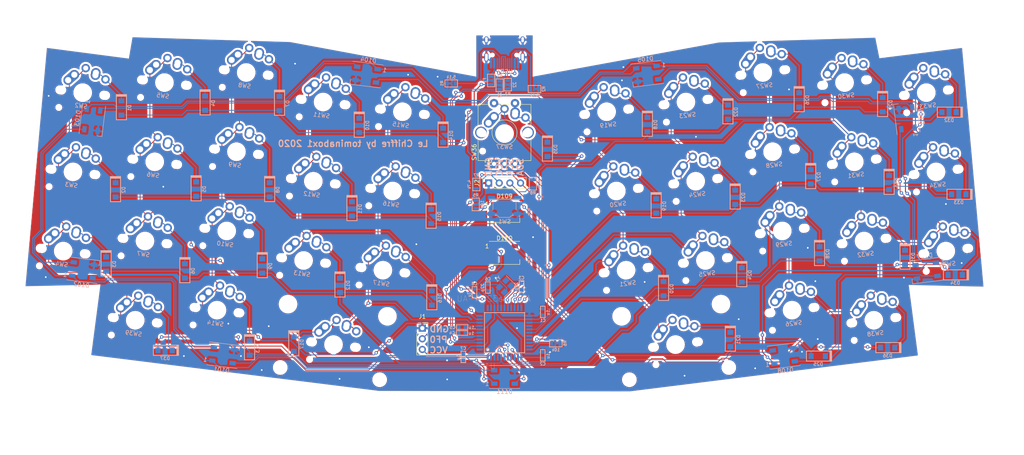
<source format=kicad_pcb>
(kicad_pcb (version 20221018) (generator pcbnew)
  (layers (0 "F.Cu" signal) (31 "B.Cu" signal) (34 "B.Paste" user) (35 "F.Paste" user) (36 "B.SilkS" user "B.Silkscreen") (37 "F.SilkS" user "F.Silkscreen") (38 "B.Mask" user) (39 "F.Mask" user) (44 "Edge.Cuts" user))
  (net 0 "")
  (net 1 "GND")
  (net 2 "VCC")
  (net 3 "Net-(U1-XTAL1)")
  (net 4 "UCAP")
  (net 5 "Net-(U1-XTAL2)")
  (net 6 "Net-(F1-Pad2)")
  (net 7 "Net-(D1-K)")
  (net 8 "col5")
  (net 9 "row0")
  (net 10 "row1")
  (net 11 "col3")
  (net 12 "Net-(D2-K)")
  (net 13 "row2")
  (net 14 "LED")
  (net 15 "col1")
  (net 16 "col0")
  (net 17 "col7")
  (net 18 "Net-(D3-K)")
  (net 19 "col2")
  (net 20 "row3")
  (net 21 "Net-(D4-K)")
  (net 22 "Net-(D5-K)")
  (net 23 "col6")
  (net 24 "col9")
  (net 25 "col4")
  (net 26 "col8")
  (net 27 "/D+")
  (net 28 "/D-")
  (net 29 "Net-(D6-K)")
  (net 30 "Net-(D7-K)")
  (net 31 "CC2")
  (net 32 "CC1")
  (net 33 "Net-(D8-K)")
  (net 34 "DN-")
  (net 35 "DN+")
  (net 36 "Net-(D9-K)")
  (net 37 "Net-(D10-K)")
  (net 38 "Net-(D11-K)")
  (net 39 "Net-(D12-K)")
  (net 40 "Net-(D13-K)")
  (net 41 "Net-(D14-K)")
  (net 42 "Net-(D15-K)")
  (net 43 "Net-(D16-K)")
  (net 44 "Net-(D17-K)")
  (net 45 "Net-(D18-K)")
  (net 46 "Net-(D19-K)")
  (net 47 "Net-(D20-K)")
  (net 48 "Net-(D21-K)")
  (net 49 "Net-(D22-K)")
  (net 50 "Net-(D23-K)")
  (net 51 "Net-(D24-K)")
  (net 52 "Net-(D25-K)")
  (net 53 "Net-(D26-K)")
  (net 54 "Net-(D27-K)")
  (net 55 "Net-(D28-K)")
  (net 56 "Net-(D29-K)")
  (net 57 "Net-(D30-K)")
  (net 58 "Net-(D31-K)")
  (net 59 "Net-(D32-K)")
  (net 60 "Net-(D33-K)")
  (net 61 "Net-(D34-K)")
  (net 62 "Net-(D35-K)")
  (net 63 "Net-(D36-K)")
  (net 64 "Net-(D37-K)")
  (net 65 "Net-(D101-DOUT)")
  (net 66 "Net-(D101-DIN)")
  (net 67 "Net-(D102-DOUT)")
  (net 68 "Net-(D103-DOUT)")
  (net 69 "Net-(D104-DOUT)")
  (net 70 "Net-(D105-DOUT)")
  (net 71 "SDA")
  (net 72 "SCK")
  (net 73 "EncA")
  (net 74 "EncB")
  (net 75 "Net-(D106-DOUT)")
  (net 76 "Net-(D107-DOUT)")
  (net 77 "Net-(D108-DOUT)")
  (net 78 "Net-(D109-DOUT)")
  (net 79 "Net-(D110-DOUT)")
  (net 80 "Net-(U1-~{RESET})")
  (net 81 "Net-(U1-~{HWB}{slash}PE2)")
  (footprint "Keebio-Parts:MX-Alps-Choc-1U-NoLED" (layer "F.Cu") (at 37.505804 50.429023 -7)
    (fp_text reference "SW2")
    (fp_text value "SW_Push")
  )
  (footprint "Keebio-Parts:MX-Alps-Choc-1U-NoLED" (layer "F.Cu") (at 35.184193 69.337027 -7)
    (fp_text reference "SW3")
    (fp_text value "SW_Push")
  )
  (footprint "Keebio-Parts:MX-Alps-Choc-1U-NoLED" (layer "F.Cu") (at 32.862582 88.245032 -7)
    (fp_text reference "SW4")
    (fp_text value "SW_Push")
  )
  (footprint "Keebio-Parts:MX-Alps-Choc-1U-NoLED" (layer "F.Cu") (at 56.994211 48.023633 -7)
    (fp_text reference "SW5")
    (fp_text value "SW_Push")
  )
  (footprint "Keebio-Parts:MX-Alps-Choc-1U-NoLED" (layer "F.Cu") (at 54.6726 66.931637 -7)
    (fp_text reference "SW6")
    (fp_text value "SW_Push")
  )
  (footprint "Keebio-Parts:MX-Alps-Choc-1U-NoLED" (layer "F.Cu") (at 52.350989 85.839642 -7)
    (fp_text reference "SW7")
    (fp_text value "SW_Push")
  )
  (footprint "Keebio-Parts:MX-Alps-Choc-1U-NoLED" (layer "F.Cu") (at 74.161007 64.526247 -7)
    (fp_text reference "SW9")
    (fp_text value "SW_Push")
  )
  (footprint "Keebio-Parts:MX-Alps-Choc-1U-NoLED" (layer "F.Cu") (at 71.839396 83.434252 -7)
    (fp_text reference "SW10")
    (fp_text value "SW_Push")
  )
  (footprint "Keebio-Parts:MX-Alps-Choc-1U-NoLED" (layer "F.Cu") (at 94.810219 52.666855 -7)
    (fp_text reference "SW11")
    (fp_text value "SW_Push")
  )
  (footprint "Keebio-Parts:MX-Alps-Choc-1U-NoLED" (layer "F.Cu") (at 92.488608 71.574859 -7)
    (fp_text reference "SW12")
    (fp_text value "SW_Push")
  )
  (footprint "Keebio-Parts:MX-Alps-Choc-1U-NoLED" (layer "F.Cu") (at 90.166997 90.482864 -7)
    (fp_text reference "SW13")
    (fp_text value "SW_Push")
  )
  (footprint "Keebio-Parts:MX-Alps-Choc-1U-NoLED" (layer "F.Cu") (at 113.718223 54.988466 -7)
    (fp_text reference "SW15")
    (fp_text value "SW_Push")
  )
  (footprint "Keebio-Parts:MX-Alps-Choc-1U-NoLED" (layer "F.Cu") (at 111.396612 73.89647 -7)
    (fp_text reference "SW16")
    (fp_text value "SW_Push")
  )
  (footprint "Keebio-Parts:MX-Alps-Choc-1U-NoLED" (layer "F.Cu") (at 109.075002 92.804475 -7)
    (fp_text reference "SW17")
    (fp_text value "SW_Push")
  )
  (footprint "Keebio-Parts:MX-Alps-Choc-2U-StabFlip" (layer "F.Cu") (at 97.299388 110.551673 -7)
    (fp_text reference "SW18")
    (fp_text value "SW_Push")
  )
  (footprint "Keebio-Parts:MX-Alps-Choc-1U-NoLED" (layer "F.Cu") (at 162.411777 54.988466 7)
    (fp_text reference "SW19")
    (fp_text value "SW_Push")
  )
  (footprint "Keebio-Parts:MX-Alps-Choc-1U-NoLED" (layer "F.Cu") (at 164.733388 73.89647 7)
    (fp_text reference "SW20")
    (fp_text value "SW_Push")
  )
  (footprint "Keebio-Parts:MX-Alps-Choc-1U-NoLED" (layer "F.Cu") (at 167.054998 92.804475 7)
    (fp_text reference "SW21")
    (fp_text value "SW_Push")
  )
  (footprint "Keebio-Parts:MX-Alps-Choc-2U-StabFlip" (layer "F.Cu") (at 178.830612 110.551673 7)
    (fp_text reference "SW22")
    (fp_text value "SW_Push")
  )
  (footprint "Keebio-Parts:MX-Alps-Choc-1U-NoLED" (layer "F.Cu") (at 181.319781 52.666855 7)
    (fp_text reference "SW23")
    (fp_text value "SW_Push")
  )
  (footprint "Keebio-Parts:MX-Alps-Choc-1U-NoLED" (layer "F.Cu") (at 183.641392 71.574859 7)
    (fp_text reference "SW24")
    (fp_text value "SW_Push")
  )
  (footprint "Keebio-Parts:MX-Alps-Choc-1U-NoLED" (layer "F.Cu") (at 185.963003 90.482864 7)
    (fp_text reference "SW25")
    (fp_text value "SW_Push")
  )
  (footprint "Keebio-Parts:MX-Alps-Choc-1U-NoLED" (layer "F.Cu") (at 206.612215 102.342257 7)
    (fp_text reference "SW26")
    (fp_text value "SW_Push")
  )
  (footprint "Keebio-Parts:MX-Alps-Choc-1U-NoLED" (layer "F.Cu") (at 199.647382 45.618243 7)
    (fp_text reference "SW27")
    (fp_text value "SW_Push")
  )
  (footprint "Keebio-Parts:MX-Alps-Choc-1U-NoLED" (layer "F.Cu") (at 201.968993 64.526247 7)
    (fp_text reference "SW28")
    (fp_text value "SW_Push")
  )
  (footprint "Keebio-Parts:MX-Alps-Choc-1U-NoLED" (layer "F.Cu") (at 204.290604 83.434252 7)
    (fp_text reference "SW29")
    (fp_text value "SW_Push")
  )
  (footprint "Keebio-Parts:MX-Alps-Choc-1U-NoLED" (layer "F.Cu") (at 219.135789 48.023633 7)
    (fp_text reference "SW30")
    (fp_text value "SW_Push")
  )
  (footprint "Keebio-Parts:MX-Alps-Choc-1U-NoLED" (layer "F.Cu") (at 221.4574 66.931637 7)
    (fp_text reference "SW31")
    (fp_text value "SW_Push")
  )
  (footprint "Keebio-Parts:MX-Alps-Choc-1U-NoLED" (layer "F.Cu") (at 223.779011 85.839642 7)
    (fp_text reference "SW32")
    (fp_text value "SW_Push")
  )
  (footprint "Keebio-Parts:MX-Alps-Choc-1U-NoLED" (layer "F.Cu") (at 238.624196 50.429023 7)
    (fp_text reference "SW33")
    (fp_text value "SW_Push")
  )
  (footprint "Keebio-Parts:MX-Alps-Choc-1U-NoLED" (layer "F.Cu") (at 240.945807 69.337027 7)
    (fp_text reference "SW34")
    (fp_text value "SW_Push")
  )
  (footprint "Keebio-Parts:MX-Alps-Choc-1U-NoLED" (layer "F.Cu") (at 243.267418 88.245032 7)
    (fp_text reference "SW35")
    (fp_text value "SW_Push")
  )
  (footprint "Connector_PinSocket_2.54mm:PinSocket_1x03_P2.54mm_Vertical" (layer "F.Cu") (at 118.47 106.64)
    (fp_text reference "J1")
    (fp_text value "Conn_01x03_Female")
  )
  (footprint "Connector_PinSocket_2.54mm:PinSocket_1x04_P2.54mm_Vertical" (layer "F.Cu") (at 134.265 72 90)
    (fp_text reference "J2")
    (fp_text value "Conn_01x04_Female")
  )
  (footprint "Keebio-Parts:MX-Alps-Choc-1U-NoLED" (layer "F.Cu") (at 69.517785 102.342257 -7)
    (fp_text reference "SW14")
    (fp_text value "SW_Push")
  )
  (footprint "Keebio-Parts:MX-Alps-Choc-1U-NoLED" (layer "F.Cu") (at 76.482618 45.618243 -7)
    (fp_text reference "SW8")
    (fp_text value "SW_Push")
  )
  (footprint "Rotary_Encoder:RotaryEncoder_Alps_EC12E-Switch_Vertical_H20mm_CircularMountingHoles" (layer "F.Cu") (at 135.565 67.44 90)
    (fp_text reference "SW36")
    (fp_text value "Rotary_Encoder_Switch")
  )
  (footprint "Keebio-Parts:MX-Alps-Choc-1U-NoLED" (layer "F.Cu") (at 138.065 60.19)
    (fp_text reference "SW37")
    (fp_text value "SW_Push")
  )
  (footprint "LED_SMD:LED_WS2812B_PLCC4_5.0x5.0mm_P3.2mm" (layer "F.Cu") (at 138.065 78.64)
    (fp_text reference "D109")
    (fp_text value "WS2812B")
  )
  (footprint "LED_SMD:LED_WS2812B_PLCC4_5.0x5.0mm_P3.2mm" (layer "F.Cu") (at 138.065 88.67)
    (fp_text reference "D110")
    (fp_text value "WS2812B")
  )
  (footprint "Keebio-Parts:MX-Alps-Choc-1U-NoLED" (layer "F.Cu") (at 226.100622 104.747647 7)
    (fp_text reference "SW38")
    (fp_text value "SW_Push")
  )
  (footprint "Keebio-Parts:MX-Alps-Choc-1U-NoLED" (layer "F.Cu") (at 50.029379 104.747647 -7)
    (fp_text reference "SW39")
    (fp_text value "SW_Push")
  )
  (footprint "Keebio-Parts:C_0603" (layer "B.Cu") (at 147.19 102.75 90)
    (fp_text reference "C1")
    (fp_text value ".1u")
  )
  (footprint "Keebio-Parts:C_0603" (layer "B.Cu") (at 147.18 113.12 90)
    (fp_text reference "C2")
    (fp_text value ".1u")
  )
  (footprint "Keebio-Parts:C_0603" (layer "B.Cu") (at 142.12 96.68 -90)
    (fp_text reference "C3")
    (fp_text value "22p")
  )
  (footprint "Keebio-Parts:C_0603" (layer "B.Cu") (at 127.93 107.78 180)
    (fp_text reference "C4")
    (fp_text value "1u")
  )
  (footprint "Keebio-Parts:C_0603" (layer "B.Cu") (at 127.96 106.38 180)
    (fp_text reference "C5")
    (fp_text value ".1u")
  )
  (footprint "Keebio-Parts:C_0603" (layer "B.Cu") (at 134.1 96.95 -90)
    (fp_text reference "C6")
    (fp_text value "22p")
  )
  (footprint "Keebio-Parts:C_0603" (layer "B.Cu") (at 128.25 113.5 -90)
    (fp_text reference "C7")
    (fp_text value ".1u")
  )
  (footprint "Keebio-Parts:C_0603" (layer "B.Cu") (at 130.91 98.07 -90)
    (fp_text reference "C8")
    (fp_text value "4.7u")
  )
  (footprint "Keebio-Parts:Fuse_0805" (layer "B.Cu") (at 134.87 47.52 90)
    (fp_text reference "F1")
    (fp_text value "Polyfuse_Small" hide)
  )
  (footprint "Keebio-Parts:ATMEGA32U4-AU" (layer "B.Cu") (at 138.065 107.72)
    (fp_text reference "U1")
    (fp_text value "ATmega32U4-AU")
  )
  (footprint "Type-C:HRO-TYPE-C-31-M-12-HandSoldering" (layer "B.Cu") (at 138.065 35.2)
    (fp_text reference "USB1")
    (fp_text value "HRO-TYPE-C-31-M-12")
  )
  (footprint "Keebio-Parts:Crystal_SMD_3225-4pin_3.2x2.5mm" (layer "B.Cu") (at 138.205 96.65 -135)
    (fp_text reference "Y1")
    (fp_text value "Crystal_GND2")
  )
  (footprint "Keebio-Parts:D_SOD123" (layer "B.Cu") (at 46.73 54.09 -90)
    (fp_text reference "D1")
    (fp_text value "1N4148" hide)
  )
  (footprint "Keebio-Parts:D_SOD123" (layer "B.Cu") (at 45.33 73.65 -90)
    (fp_text reference "D2")
    (fp_text value "1N4148" hide)
  )
  (footprint "Keebio-Parts:D_SOD123" (layer "B.Cu") (at 43.09 91.34 -90)
    (fp_text reference "D3")
    (fp_text value "1N4148" hide)
  )
  (footprint "Keebio-Parts:D_SOD123" (layer "B.Cu") (at 66.69 52.94 -90)
    (fp_text reference "D4")
    (fp_text value "1N4148" hide)
  )
  (footprint "Keebio-Parts:D_SOD123" (layer "B.Cu") (at 64.55 73.45 -90)
    (fp_text reference "D5")
    (fp_text value "1N4148" hide)
  )
  (footprint "Keebio-Parts:D_SOD123" (layer "B.Cu") (at 61.86 92.98 -90)
    (fp_text reference "D6")
    (fp_text value "1N4148" hide)
  )
  (footprint "Keebio-Parts:D_SOD123" (layer "B.Cu") (at 84.42 53.03 -90)
    (fp_text reference "D7")
    (fp_text value "1N4148" hide)
  )
  (footprint "Keebio-Parts:D_SOD123" (layer "B.Cu") (at 82.08 73.62 -90)
    (fp_text reference "D8")
    (fp_text value "1N4148" hide)
  )
  (footprint "Keebio-Parts:D_SOD123" (layer "B.Cu") (at 80.31 91.79 -90)
    (fp_text reference "D9")
    (fp_text value "1N4148" hide)
  )
  (footprint "Keebio-Parts:D_SOD123" (layer "B.Cu") (at 103.44 58.26 -90)
    (fp_text reference "D10")
    (fp_text value "1N4148" hide)
  )
  (footprint "Keebio-Parts:D_SOD123" (layer "B.Cu") (at 101.69 78.17 -90)
    (fp_text reference "D11")
    (fp_text value "1N4148" hide)
  )
  (footprint "Keebio-Parts:D_SOD123" (layer "B.Cu") (at 98.83 96.41 -90)
    (fp_text reference "D12")
    (fp_text value "1N4148" hide)
  )
  (footprint "Keebio-Parts:D_SOD123" (layer "B.Cu") (at 77.29 111.39 -90)
    (fp_text reference "D13")
    (fp_text value "1N4148" hide)
  )
  (footprint "Keebio-Parts:D_SOD123" (layer "B.Cu") (at 123.43 60.62 -90)
    (fp_text reference "D14")
    (fp_text value "1N4148" hide)
  )
  (footprint "Keebio-Parts:D_SOD123" (layer "B.Cu") (at 120.58 79.98 -90)
    (fp_text reference "D15")
    (fp_text value "1N4148" hide)
  )
  (footprint "Keebio-Parts:D_SOD123" (layer "B.Cu") (at 120.73 99.45 -90)
    (fp_text reference "D16")
    (fp_text value "1N4148" hide)
  )
  (footprint "Keebio-Parts:D_SOD123" (layer "B.Cu") (at 87.82 110.44 -90)
    (fp_text reference "D17")
    (fp_text value "1N4148" hide)
  )
  (footprint "Keebio-Parts:D_SOD123" (layer "B.Cu") (at 172.12 58.05 -90)
    (fp_text reference "D18")
    (fp_text value "1N4148" hide)
  )
  (footprint "Keebio-Parts:D_SOD123" (layer "B.Cu") (at 174.22 77.48 -90)
    (fp_text reference "D19")
    (fp_text value "1N4148" hide)
  )
  (footprint "Keebio-Parts:D_SOD123" (layer "B.Cu") (at 175.98 97.22 -90)
    (fp_text reference "D20")
    (fp_text value "1N4148" hide)
  )
  (footprint "Keebio-Parts:D_SOD123" (layer "B.Cu") (at 191.9 109.35 -90)
    (fp_text reference "D21")
    (fp_text value "1N4148" hide)
  )
  (footprint "Keebio-Parts:D_SOD123" (layer "B.Cu") (at 191.32 55.07 -90)
    (fp_text reference "D22")
    (fp_text value "1N4148" hide)
  )
  (footprint "Keebio-Parts:D_SOD123" (layer "B.Cu") (at 193.06 75.41 -90)
    (fp_text reference "D23")
    (fp_text value "1N4148" hide)
  )
  (footprint "Keebio-Parts:D_SOD123" (layer "B.Cu") (at 194.62 93.93 -90)
    (fp_text reference "D24")
    (fp_text value "1N4148" hide)
  )
  (footprint "Keebio-Parts:D_SOD123" (layer "B.Cu") (at 212.85 113.3 180)
    (fp_text reference "D25")
    (fp_text value "1N4148" hide)
  )
  (footprint "Keebio-Parts:D_SOD123" (layer "B.Cu") (at 208.32 52.18 -90)
    (fp_text reference "D26")
    (fp_text value "1N4148" hide)
  )
  (footprint "Keebio-Parts:D_SOD123" (layer "B.Cu") (at 211.06 70.52 -90)
    (fp_text reference "D27")
    (fp_text value "1N4148" hide)
  )
  (footprint "Keebio-Parts:D_SOD123" (layer "B.Cu") (at 213.16 88.89 -90)
    (fp_text reference "D28")
    (fp_text value "1N4148" hide)
  )
  (footprint "Keebio-Parts:D_SOD123" (layer "B.Cu") (at 228.21 53.32 -90)
    (fp_text reference "D29")
    (fp_text value "1N4148" hide)
  )
  (footprint "Keebio-Parts:D_SOD123" (layer "B.Cu") (at 229.76 71.9 -90)
    (fp_text reference "D30")
    (fp_text value "1N4148" hide)
  )
  (footprint "Keebio-Parts:D_SOD123" (layer "B.Cu") (at 233.56 89.76 -90)
    (fp_text reference "D31")
    (fp_text value "1N4148" hide)
  )
  (footprint "Keebio-Parts:D_SOD123" (layer "B.Cu") (at 244.05 55.09 180)
    (fp_text reference "D32")
    (fp_text value "1N4148" hide)
  )
  (footprint "Keebio-Parts:D_SOD123" (layer "B.Cu") (at 246.36 74.69 180)
    (fp_text reference "D33")
    (fp_text value "1N4148" hide)
  )
  (footprint "Keebio-Parts:D_SOD123" (layer "B.Cu") (at 245.51 93.92 180)
    (fp_text reference "D34")
    (fp_text value "1N4148" hide)
  )
  (footprint "Keebio-Parts:R_0805" (layer "B.Cu") (at 125.35 48.24)
    (fp_text reference "R1")
    (fp_text value "5.1k")
  )
  (footprint "Keebio-Parts:R_0805" (layer "B.Cu") (at 145.22 49.57 180)
    (fp_text reference "R2")
    (fp_text value "5.1k")
  )
  (footprint "Keebio-Parts:R_0805" (layer "B.Cu") (at 138.85 48.52 90)
    (fp_text reference "R3")
    (fp_text value "22")
  )
  (footprint "Keebio-Parts:R_0805" (layer "B.Cu") (at 136.9 48.66 -90)
    (fp_text reference "R4")
    (fp_text value "22")
  )
  (footprint "Keebio-Parts:R_0805" (layer "B.Cu") (at 131.21 77.09 -90)
    (fp_text reference "R5")
    (fp_text value "10k")
  )
  (footprint "Keebio-Parts:R_0805" (layer "B.Cu") (at 150.3 110.25 180)
    (fp_text reference "R6")
    (fp_text value "10k")
  )
  (footprint "Keebio-Parts:SW_SPST_TL3342" (layer "B.Cu") (at 138.065 77.45)
    (fp_text reference "SW1")
    (fp_text value "SW_Push")
  )
  (footprint "Keebio-Parts:D_SOD123" (layer "B.Cu") (at 148.29 63.96 -90)
    (fp_text reference "D35")
    (fp_text value "1N4148" hide)
  )
  (footprint "Keebio-Parts:R_0805" (layer "B.Cu") (at 131.36 72.34 -90)
    (fp_text reference "R7")
    (fp_text value "4.7k")
  )
  (footprint "Keebio-Parts:R_0805" (layer "B.Cu") (at 144.84 72.16 90)
    (fp_text reference "R8")
    (fp_text value "4.7k")
  )
  (footprint "LED_SMD:LED_WS2812B_PLCC4_5.0x5.0mm_P3.2mm" (layer "B.Cu") (at 71.02 113.09 -7)
    (fp_text reference "D101")
    (fp_text value "WS2812B")
  )
  (footprint "LED_SMD:LED_WS2812B_PLCC4_5.0x5.0mm_P3.2mm" (layer "B.Cu") (at 39.8 56.93 -97)
    (fp_text reference "D103")
    (fp_text value "WS2812B")
  )
  (footprint "LED_SMD:LED_WS2812B_PLCC4_5.0x5.0mm_P3.2mm" (layer "B.Cu") (at 105.18 46.13 173)
    (fp_text reference "D104")
    (fp_text value "WS2812B")
  )
  (footprint "LED_SMD:LED_WS2812B_PLCC4_5.0x5.0mm_P3.2mm" (layer "B.Cu") (at 172.08 45.93 -173)
    (fp_text reference "D105")
    (fp_text value "WS2812B")
  )
  (footprint "LED_SMD:LED_WS2812B_PLCC4_5.0x5.0mm_P3.2mm" (layer "B.Cu") (at 238.66 92.89 -173)
    (fp_text reference "D107")
    (fp_text value "WS2812B")
  )
  (footprint "LED_SMD:LED_WS2812B_PLCC4_5.0x5.0mm_P3.2mm" (layer "B.Cu") (at 204.64 113.25 7)
    (fp_text reference "D108")
    (fp_text value "WS2812B")
  )
  (footprint "LED_SMD:LED_WS2812B_PLCC4_5.0x5.0mm_P3.2mm" (layer "B.Cu") (at 138.065 118.29)
    (fp_text reference "D111")
    (fp_text value "WS2812B")
  )
  (footprint "LED_SMD:LED_WS2812B_PLCC4_5.0x5.0mm_P3.2mm" (layer "B.Cu") (at 37.62 92.81 -7)
    (fp_text reference "D102")
    (fp_text value "WS2812B")
  )
  (footprint "LED_SMD:LED_WS2812B_PLCC4_5.0x5.0mm_P3.2mm" (layer "B.Cu") (at 233.96 56.54 97)
    (fp_text reference "D106")
    (fp_text value "WS2812B")
  )
  (footprint "Keebio-Parts:D_SOD123" (layer "B.Cu") (at 57.15 111.91875 180)
    (fp_text reference "D37")
    (fp_text value "1N4148" hide)
  )
  (footprint "Keebio-Parts:D_SOD123" (layer "B.Cu") (at 229.394751 111.268561 180)
    (fp_text reference "D36")
    (fp_text value "1N4148" hide)
  )
  (gr_line (start 167.93 121.73) (end 220.27 115.2) (stroke (width 0.05)) (layer "Edge.Cuts"))
  (gr_line (start 28.97 39.75) (end 23.86 96.64) (stroke (width 0.05)) (layer "Edge.Cuts"))
  (gr_line (start 226.46 37.31) (end 189.17 38.45) (stroke (width 0.05)) (layer "Edge.Cuts"))
  (gr_line (start 144.79 46.61) (end 144.79 36.75) (stroke (width 0.05)) (layer "Edge.Cuts"))
  (gr_line (start 144.79 46.61) (end 189.17 38.45) (stroke (width 0.05)) (layer "Edge.Cuts"))
  (gr_line (start 39.53375 113.069375) (end 41.72875 96.24625) (stroke (width 0.05)) (layer "Edge.Cuts"))
  (gr_line (start 167.93 121.73) (end 108.19 121.63) (stroke (width 0.05)) (layer "Edge.Cuts"))
  (gr_line (start 131.32 36.77) (end 144.79 36.75) (stroke (width 0.05)) (layer "Edge.Cuts"))
  (gr_line (start 234.43125 96.33625) (end 236.62625 113.159375) (stroke (width 0.05)) (layer "Edge.Cuts"))
  (gr_line (start 28.97 39.75) (end 48.5 42.3) (stroke (width 0.05)) (layer "Edge.Cuts"))
  (gr_line (start 247.15 39.75) (end 252.26 96.74) (stroke (width 0.05)) (layer "Edge.Cuts"))
  (gr_line (start 48.5 42.3) (end 49.38 37.2) (stroke (width 0.05)) (layer "Edge.Cuts"))
  (gr_line (start 108.19 121.63) (end 55.89 115.11) (stroke (width 0.05)) (layer "Edge.Cuts"))
  (gr_line (start 86.94 38.35) (end 131.32 46.6) (stroke (width 0.05)) (layer "Edge.Cuts"))
  (gr_line (start 49.38 37.2) (end 86.94 38.35) (stroke (width 0.05)) (layer "Edge.Cuts"))
  (gr_line (start 247.15 39.75) (end 227.44 42.21) (stroke (width 0.05)) (layer "Edge.Cuts"))
  (gr_line (start 236.62625 113.159375) (end 220.27 115.2) (stroke (width 0.05)) (layer "Edge.Cuts"))
  (gr_line (start 227.44 42.21) (end 226.46 37.31) (stroke (width 0.05)) (layer "Edge.Cuts"))
  (gr_line (start 55.89 115.11) (end 39.53375 113.069375) (stroke (width 0.05)) (layer "Edge.Cuts"))
  (gr_line (start 234.43125 96.33625) (end 252.26 96.74) (stroke (width 0.05)) (layer "Edge.Cuts"))
  (gr_line (start 23.86 96.64) (end 41.72875 96.24625) (stroke (width 0.05)) (layer "Edge.Cuts"))
  (gr_line (start 131.32 46.6) (end 131.32 36.77) (stroke (width 0.05)) (layer "Edge.Cuts"))
  (gr_text "PF0" (at 122.344286 109.365) (layer "B.SilkS") (effects (font (size 1.5 1.5) (thickness 0.3)) (justify mirror)))
  (gr_text "VCC" (at 122.38 111.88) (layer "B.SilkS") (effects (font (size 1.5 1.5) (thickness 0.3)) (justify mirror)))
  (gr_text "Le Chiffre by tominabox1 2020" (at 101.97 62.59) (layer "B.SilkS") (effects (font (size 1.5 1.5) (thickness 0.3)) (justify mirror)))
  (gr_text "VCC" (at 136.84 68.199999 90) (layer "B.SilkS") (effects (font (size 1.5 1.5) (thickness 0.3)) (justify mirror)))
  (gr_text "GND" (at 122.522857 106.85) (layer "B.SilkS") (effects (font (size 1.5 1.5) (thickness 0.3)) (justify mirror)))
  (gr_text "SDA" (at 141.81 68.199999 90) (layer "B.SilkS") (effects (font (size 1.5 1.5) (thickness 0.3)) (justify mirror)))
  (gr_text "SCK" (at 139.33 68.2 90) (layer "B.SilkS") (effects (font (size 1.5 1.5) (thickness 0.3)) (justify mirror)))
  (gr_text "GND\n" (at 134.29 68.2 90) (layer "B.SilkS") (effects (font (size 1.5 1.5) (thickness 0.3)) (justify mirror)))
  (segment (start 124.41 114.34) (end 124.37 114.3) (width 0.25) (layer "F.Cu") (net 1))
  (segment (start 148.92 112.35) (end 151.64 115.07) (width 0.25) (layer "F.Cu") (net 1))
  (segment (start 124.41 118.87) (end 124.41 114.34) (width 0.25) (layer "F.Cu") (net 1))
  (segment (start 151.64 115.07) (end 151.64 116.26001) (width 0.25) (layer "F.Cu") (net 1))
  (via (at 61.63 113.29) (size 0.8) (drill 0.4) (layers "F.Cu" "B.Cu") (net 1))
  (via (at 130.94 95.66) (size 0.8) (drill 0.4) (layers "F.Cu" "B.Cu") (net 1))
  (via (at 124.37 114.3) (size 0.8) (drill 0.4) (layers "F.Cu" "B.Cu") (net 1))
  (via (at 183.71 60.96) (size 0.8) (drill 0.4) (layers "F.Cu" "B.Cu") (net 1))
  (via (at 122.12 46.62) (size 0.8) (drill 0.4) (layers "F.Cu" "B.Cu") (net 1))
  (via (at 233.29 94.6) (size 0.8) (drill 0.4) (layers "F.Cu" "B.Cu") (net 1))
  (via (at 72.23125 105.56875) (size 0.8) (drill 0.4) (layers "F.Cu" "B.Cu") (net 1))
  (via (at 81.86 106.17) (size 0.8) (drill 0.4) (layers "F.Cu" "B.Cu") (net 1))
  (via (at 144.87 84.92) (size 0.8) (drill 0.4) (layers "F.Cu" "B.Cu") (net 1))
  (via (at 212.73 109.24) (size 0.8) (drill 0.4) (layers "F.Cu" "B.Cu") (net 1))
  (via (at 243.29 77.01) (size 0.8) (drill 0.4) (layers "F.Cu" "B.Cu") (net 1))
  (via (at 141.05 106.64) (size 0.8) (drill 0.4) (layers "F.Cu" "B.Cu") (net 1))
  (via (at 193.9 104.5) (size 0.8) (drill 0.4) (layers "F.Cu" "B.Cu") (net 1))
  (via (at 166.4 44.33) (size 0.8) (drill 0.4) (layers "F.Cu" "B.Cu") (net 1))
  (via (at 151.64 116.26001) (size 0.8) (drill 0.4) (layers "F.Cu" "B.Cu") (net 1))
  (via (at 75.23 113.29) (size 0.8) (drill 0.4) (layers "F.Cu" "B.Cu") (net 1))
  (via (at 98.74 118.73) (size 0.8) (drill 0.4) (layers "F.Cu" "B.Cu") (net 1))
  (via (at 148.92 112.35) (size 0.8) (drill 0.4) (layers "F.Cu" "B.Cu") (net 1))
  (via (at 56.72 72.88) (size 0.8) (drill 0.4) (layers "F.Cu" "B.Cu") (net 1))
  (via (at 210.36 87.47) (size 0.8) (drill 0.4) (layers "F.Cu" "B.Cu") (net 1))
  (via (at 124.41 118.87) (size 0.8) (drill 0.4) (layers "F.Cu" "B.Cu") (net 1))
  (via (at 205.89 49.66) (size 0.8) (drill 0.4) (layers "F.Cu" "B.Cu") (net 1))
  (via (at 117.05 86.61) (size 0.8) (drill 0.4) (layers "F.Cu" "B.Cu") (net 1))
  (via (at 80.18 116.63) (size 0.8) (drill 0.4) (layers "F.Cu" "B.Cu") (net 1))
  (via (at 115.08 46.15) (size 0.8) (drill 0.4) (layers "F.Cu" "B.Cu") (net 1))
  (via (at 208.98 112.27) (size 0.8) (drill 0.4) (layers "F.Cu" "B.Cu") (net 1))
  (via (at 229.96 54.29) (size 0.8) (drill 0.4) (layers "F.Cu" "B.Cu") (net 1))
  (via (at 180.99 117.99) (size 0.8) (drill 0.4) (layers "F.Cu" "B.Cu") (net 1))
  (via (at 197.82 116.22) (size 0.8) (drill 0.4) (layers "F.Cu" "B.Cu") (net 1))
  (via (at 166.06 47.5) (size 0.8) (drill 0.4) (layers "F.Cu" "B.Cu") (net 1))
  (via (at 29.39 51.2) (size 0.8) (drill 0.4) (layers "F.Cu" "B.Cu") (net 1))
  (via (at 28.7 94.45) (size 0.8) (drill 0.4) (layers "F.Cu" "B.Cu") (net 1))
  (via (at 171.47 95.61) (size 0.8) (drill 0.4) (layers "F.Cu" "B.Cu") (net 1))
  (via (at 135.95 94.63) (size 0.8) (drill 0.4) (layers "F.Cu" "B.Cu") (net 1))
  (via (at 212.17 95.43) (size 0.8) (drill 0.4) (layers "F.Cu" "B.Cu") (net 1))
  (via (at 134.11 111.82) (size 0.8) (drill 0.4) (layers "F.Cu" "B.Cu") (net 1))
  (via (at 105.72 111.19) (size 0.8) (drill 0.4) (layers "F.Cu" "B.Cu") (net 1))
  (via (at 88.13 43.52) (size 0.8) (drill 0.4) (layers "F.Cu" "B.Cu") (net 1))
  (via (at 247.05 91.1) (size 0.8) (drill 0.4) (layers "F.Cu" "B.Cu") (net 1))
  (segment (start 134.309998 94.63) (end 135.95 94.63) (width 0.25) (layer "B.Cu") (net 1))
  (segment (start 141.265 113.62) (end 141.265 112.021998) (width 0.25) (layer "B.Cu") (net 1))
  (segment (start 141.29 43.075) (end 142.385 41.98) (width 0.25) (layer "B.Cu") (net 1))
  (segment (start 148.92 112.915685) (end 148.92 112.35) (width 0.25) (layer "B.Cu") (net 1))
  (segment (start 233.466654 94.776654) (end 233.29 94.6) (width 0.25) (layer "B.Cu") (net 1))
  (segment (start 236.423253 94.776654) (end 233.466654 94.776654) (width 0.25) (layer "B.Cu") (net 1))
  (segment (start 134.865 112.575) (end 134.11 111.82) (width 0.25) (layer "B.Cu") (net 1))
  (segment (start 138.593908 97.023908) (end 136.638951 95.068951) (width 0.25) (layer "B.Cu") (net 1))
  (segment (start 72.23125 110.385027) (end 72.23125 105.56875) (width 0.25) (layer "B.Cu") (net 1))
  (segment (start 151.21001 116.69) (end 151.64 116.26001) (width 0.25) (layer "B.Cu") (net 1))
  (segment (start 148.92 113.490002) (end 148.92 112.915685) (width 0.25) (layer "B.Cu") (net 1))
  (segment (start 138.028223 98.028858) (end 138.593908 97.463173) (width 0.25) (layer "B.Cu") (net 1))
  (segment (start 136.638951 95.068951) (end 136.388951 95.068951) (width 0.25) (layer "B.Cu") (net 1))
  (segment (start 134.1 98.455) (end 134.1 98.35) (width 0.25) (layer "B.Cu") (net 1))
  (segment (start 138.593908 97.463173) (end 138.593908 97.023908) (width 0.25) (layer "B.Cu") (net 1))
  (segment (start 124.42 114.25) (end 124.37 114.3) (width 0.25) (layer "B.Cu") (net 1))
  (segment (start 134.1 98.35) (end 134.1 97.7) (width 0.25) (layer "B.Cu") (net 1))
  (segment (start 134.1 97.7) (end 133.399999 96.999999) (width 0.25) (layer "B.Cu") (net 1))
  (segment (start 135.965001 109.964999) (end 134.509999 111.420001) (width 0.25) (layer "B.Cu") (net 1))
  (segment (start 143.965 103.72) (end 143.965 103.22) (width 0.25) (layer "B.Cu") (net 1))
  (segment (start 73.740506 111.800506) (end 75.23 113.29) (width 0.25) (layer "B.Cu") (net 1))
  (segment (start 133.399999 96.999999) (end 133.399999 95.539999) (width 0.25) (layer "B.Cu") (net 1))
  (segment (start 127.76 108.52) (end 127.18 107.94) (width 0.25) (layer "B.Cu") (net 1))
  (segment (start 141.554999 114.695001) (end 147.715001 114.695001) (width 0.25) (layer "B.Cu") (net 1))
  (segment (start 141.265 112.021998) (end 139.208001 109.964999) (width 0.25) (layer "B.Cu") (net 1))
  (segment (start 141.265 114.405002) (end 141.554999 114.695001) (width 0.25) (layer "B.Cu") (net 1))
  (segment (start 141.265 113.62) (end 141.265 114.405002) (width 0.25) (layer "B.Cu") (net 1))
  (segment (start 139.208001 109.964999) (end 135.965001 109.964999) (width 0.25) (layer "B.Cu") (net 1))
  (segment (start 143.965 103.22) (end 145.185 102) (width 0.25) (layer "B.Cu") (net 1))
  (segment (start 147.715001 114.695001) (end 148.92 113.490002) (width 0.25) (layer "B.Cu") (net 1))
  (segment (start 134.84 43.075) (end 133.745 41.98) (width 0.25) (layer "B.Cu") (net 1))
  (segment (start 145.185 102) (end 146.565 102) (width 0.25) (layer "B.Cu") (net 1))
  (segment (start 128.25 114.25) (end 124.42 114.25) (width 0.25) (layer "B.Cu") (net 1))
  (segment (start 136.465 101.82) (end 136.465 100.82) (width 0.25) (layer "B.Cu") (net 1))
  (segment (start 146.565 102) (end 147.19 102) (width 0.25) (layer "B.Cu") (net 1))
  (segment (start 134.1 98.455) (end 136.465 100.82) (width 0.25) (layer "B.Cu") (net 1))
  (segment (start 73.646729 111.800506) (end 72.23125 110.385027) (width 0.25) (layer "B.Cu") (net 1))
  (segment (start 134.865 113.62) (end 134.865 112.575) (width 0.25) (layer "B.Cu") (net 1))
  (segment (start 134.509999 111.420001) (end 134.11 111.82) (width 0.25) (layer "B.Cu") (net 1))
  (segment (start 136.388951 95.068951) (end 135.95 94.63) (width 0.25) (layer "B.Cu") (net 1))
  (segment (start 140.515 116.69) (end 151.21001 116.69) (width 0.25) (layer "B.Cu") (net 1))
  (segment (start 132.165 108.52) (end 127.76 108.52) (width 0.25) (layer "B.Cu") (net 1))
  (segment (start 133.399999 95.539999) (end 134.309998 94.63) (width 0.25) (layer "B.Cu") (net 1))
  (segment (start 237.33 57.82) (end 237.1 58.05) (width 0.25) (layer "F.Cu") (net 2))
  (segment (start 199.55 112.37) (end 200.75 113.57) (width 0.25) (layer "F.Cu") (net 2))
  (segment (start 133.17 118.73) (end 133.17 116.114957) (width 0.25) (layer "F.Cu") (net 2))
  (segment (start 130.85 50.18) (end 132.55 48.48) (width 0.25) (layer "F.Cu") (net 2))
  (segment (start 130.85 53.81) (end 130.85 50.18) (width 0.25) (layer "F.Cu") (net 2))
  (segment (start 136.905 88.36) (end 135.615 87.07) (width 0.25) (layer "F.Cu") (net 2))
  (segment (start 126.6 79.85) (end 129.835 76.615) (width 0.25) (layer "F.Cu") (net 2))
  (segment (start 127.77 97.31) (end 126.6 96.14) (width 0.25) (layer "F.Cu") (net 2))
  (segment (start 134.539999 78.115001) (end 134.539999 85.994999) (width 0.25) (layer "F.Cu") (net 2))
  (segment (start 129.52 55.14) (end 130.85 53.81) (width 0.25) (layer "F.Cu") (net 2))
  (segment (start 237.33 55.57) (end 237.33 57.82) (width 0.25) (layer "F.Cu") (net 2))
  (segment (start 199.55 108.27) (end 199.55 112.37) (width 0.25) (layer "F.Cu") (net 2))
  (segment (start 233.65 70.95) (end 233.65 74.05) (width 0.25) (layer "F.Cu") (net 2))
  (segment (start 134.539999 85.994999) (end 135.615 87.07) (width 0.25) (layer "F.Cu") (net 2))
  (segment (start 126.6 96.14) (end 126.6 79.85) (width 0.25) (layer "F.Cu") (net 2))
  (segment (start 133.17 116.114957) (end 131.36 114.304957) (width 0.25) (layer "F.Cu") (net 2))
  (segment (start 135.615 77.04) (end 134.539999 78.115001) (width 0.25) (layer "F.Cu") (net 2))
  (segment (start 137.29 88.36) (end 136.905 88.36) (width 0.25) (layer "F.Cu") (net 2))
  (segment (start 233.65 74.05) (end 234.08 74.48) (width 0.25) (layer "F.Cu") (net 2))
  (via (at 133.17 118.73) (size 0.8) (drill 0.4) (layers "F.Cu" "B.Cu") (net 2))
  (via (at 129.52 55.14) (size 0.8) (drill 0.4) (layers "F.Cu" "B.Cu") (net 2))
  (via (at 132.55 48.48) (size 0.8) (drill 0.4) (layers "F.Cu" "B.Cu") (net 2))
  (via (at 127.77 97.31) (size 0.8) (drill 0.4) (layers "F.Cu" "B.Cu") (net 2))
  (via (at 237.33 55.57) (size 0.8) (drill 0.4) (layers "F.Cu" "B.Cu") (net 2))
  (via (at 199.55 108.27) (size 0.8) (drill 0.4) (layers "F.Cu" "B.Cu") (net 2))
  (via (at 200.75 113.57) (size 0.8) (drill 0.4) (layers "F.Cu" "B.Cu") (net 2))
  (via (at 131.36 114.304957) (size 0.8) (drill 0.4) (layers "F.Cu" "B.Cu") (net 2))
  (via (at 234.08 74.48) (size 0.8) (drill 0.4) (layers "F.Cu" "B.Cu") (net 2))
  (via (at 237.1 58.05) (size 0.8) (drill 0.4) (layers "F.Cu" "B.Cu") (net 2))
  (via (at 129.835 76.615) (size 0.8) (drill 0.4) (layers "F.Cu" "B.Cu") (net 2))
  (via (at 233.65 70.95) (size 0.8) (drill 0.4) (layers "F.Cu" "B.Cu") (net 2))
  (via (at 137.29 88.36) (size 0.8) (drill 0.4) (layers "F.Cu" "B.Cu") (net 2))
  (segment (start 130.87 97.36) (end 132.205 97.36) (width 0.25) (layer "B.Cu") (net 2))
  (segment (start 235.556654 58.826747) (end 236.323253 58.826747) (width 0.25) (layer "B.Cu") (net 2))
  (segment (start 105.906223 42.94) (end 107.806729 44.840506) (width 0.25) (layer "B.Cu") (net 2))
  (segment (start 131.21 76.14) (end 132.77 74.58) (width 0.25) (layer "B.Cu") (net 2))
  (segment (start 131.36 73.29) (end 131.36 75.99) (width 0.25) (layer "B.Cu") (net 2))
  (segment (start 134.065 113.62) (end 129.12 113.62) (width 0.25) (layer "B.Cu") (net 2))
  (segment (start 133.17 118.73) (end 134.455 118.73) (width 0.25) (layer "B.Cu") (net 2))
  (segment (start 237.33 55.57) (end 237.33 53.94) (width 0.25) (layer "B.Cu") (net 2))
  (segment (start 68.393271 114.379494) (end 66.629494 114.379494) (width 0.25) (layer "B.Cu") (net 2))
  (segment (start 129.12 113.62) (end 129.804957 114.304957) (width 0.25) (layer "B.Cu") (net 2))
  (segment (start 129.32 64.515) (end 129.32 55.34) (width 0.25) (layer "B.Cu") (net 2))
  (segment (start 232.96 61.423401) (end 232.96 70.26) (width 0.25) (layer "B.Cu") (net 2))
  (segment (start 142.76 70.03) (end 143.94 71.21) (width 0.25) (layer "B.Cu") (net 2))
  (segment (start 216.131056 51.86) (end 215.556045 51.284989) (width 0.25) (layer "B.Cu") (net 2))
  (segment (start 70.043777 116.03) (end 68.393271 114.379494) (width 0.25) (layer "B.Cu") (net 2))
  (segment (start 129.804957 114.304957) (end 131.36 114.304957) (width 0.25) (layer "B.Cu") (net 2))
  (segment (start 25.60499 85.14501) (end 27.564989 83.185011) (width 0.25) (layer "B.Cu") (net 2))
  (segment (start 132.205 97.36) (end 135.665 100.82) (width 0.25) (layer "B.Cu") (net 2))
  (segment (start 58.62 95.14) (end 43.221054 95.14) (width 0.25) (layer "B.Cu") (net 2))
  (segment (start 186.233346 44.043346) (end 175.072379 44.043346) (width 0.25) (layer "B.Cu") (net 2))
  (segment (start 155.748944 50.69) (end 160.888944 45.55) (width 0.25) (layer "B.Cu") (net 2))
  (segment (start 136.805 72) (end 134.87 70.065) (width 0.25) (layer "B.Cu") (net 2))
  (segment (start 130.08 110.92) (end 132.165 110.92) (width 0.25) (layer "B.Cu") (net 2))
  (segment (start 160.888944 45.55) (end 166.42 45.55) (width 0.25) (layer "B.Cu") (net 2))
  (segment (start 232.96 70.26) (end 233.65 70.95) (width 0.25) (layer "B.Cu") (net 2))
  (segment (start 132.77 74.58) (end 132.77 71.209998) (width 0.25) (layer "B.Cu") (net 2))
  (segment (start 27.564989 83.185011) (end 27.564989 64.745034) (width 0.25) (layer "B.Cu") (net 2))
  (segment (start 142.065 113.62) (end 146.93 113.62) (width 0.25) (layer "B.Cu") (net 2))
  (segment (start 135.665 104.42) (end 134.0275 106.0575) (width 0.25) (layer "B.Cu") (net 2))
  (segment (start 134.0275 106.0575) (end 133.165 106.92) (width 0.25) (layer "B.Cu") (net 2))
  (segment (start 200.836599 113.57) (end 200.75 113.57) (width 0.25) (layer "B.Cu") (net 2))
  (segment (start 95.05 42.94) (end 105.906223 42.94) (width 0.25) (layer "B.Cu") (net 2))
  (segment (start 134.76 93.13) (end 135.92 93.13) (width 0.25) (layer "B.Cu") (net 2))
  (segment (start 59.26 95.78) (end 58.62 95.14) (width 0.25) (layer "B.Cu") (net 2))
  (segment (start 235.8 89.03) (end 237.773346 91.003346) (width 0.25) (layer "B.Cu") (net 2))
  (segment (start 143.965 104.52) (end 146.195 104.52) (width 0.25) (layer "B.Cu") (net 2))
  (segment (start 90.603244 116.23) (end 88.038267 113.665023) (width 0.25) (layer "B.Cu") (net 2))
  (segment (start 202.403253 115.136654) (end 200.836599 113.57) (width 0.25) (layer "B.Cu") (net 2))
  (segment (start 129.12 113.62) (end 128.25 112.75) (width 0.25) (layer "B.Cu") (net 2))
  (segment (start 143.965 104.52) (end 137.365 104.52) (width 0.25) (layer "B.Cu") (net 2))
  (segment (start 43.221054 95.14) (end 42.751715 95.609339) (width 0.25) (layer "B.Cu") (net 2))
  (segment (start 147.19 103.525) (end 146.195 104.52) (width 0.25) (layer "B.Cu") (net 2))
  (segment (start 135.665 101.82) (end 135.665 104.42) (width 0.25) (layer "B.Cu") (net 2))
  (segment (start 199.55 96.51875) (end 199.55 108.27) (width 0.25) (layer "B.Cu") (net 2))
  (segment (start 39.543777 53.27) (end 44.92 53.27) (width 0.25) (layer "B.Cu") (net 2))
  (segment (start 133.978944 50.69) (end 155.748944 50.69) (width 0.25) (layer "B.Cu") (net 2))
  (segment (start 168.42 43.55) (end 173.823401 43.55) (width 0.25) (layer "B.Cu") (net 2))
  (segment (start 236.034989 52.644989) (end 225.714989 52.644989) (width 0.25) (layer "B.Cu") (net 2))
  (segment (start 119.5 112.75) (end 118.47 111.72) (width 0.25) (layer "B.Cu") (net 2))
  (segment (start 236.93 92.91) (end 203.15875 92.91) (width 0.25) (layer "B.Cu") (net 2))
  (segment (start 36.503116 95.609339) (end 34.993271 94.099494) (width 0.25) (layer "B.Cu") (net 2))
  (segment (start 132.378944 52.29) (end 133.978944 50.69) (width 0.25) (layer "B.Cu") (net 2))
  (segment (start 131.955 116.23) (end 90.603244 116.23) (width 0.25) (layer "B.Cu") (net 2))
  (segment (start 132.165 110.92) (end 133.165 110.92) (width 0.25) (layer "B.Cu") (net 2))
  (segment (start 116.040506 44.840506) (end 123.49 52.29) (width 0.25) (layer "B.Cu") (net 2))
  (segment (start 61.143957 53.744989) (end 62.403956 52.48499) (width 0.25) (layer "B.Cu") (net 2))
  (segment (start 42.751715 95.609339) (end 36.503116 95.609339) (width 0.25) (layer "B.Cu") (net 2))
  (segment (start 134.0275 110.0575) (end 134.0275 106.0575) (width 0.25) (layer "B.Cu") (net 2))
  (segment (start 133.165 106.92) (end 132.165 106.92) (width 0.25) (layer "B.Cu") (net 2))
  (segment (start 225.714989 52.644989) (end 224.93 51.86) (width 0.25) (layer "B.Cu") (net 2))
  (segment (start 130.384999 65.579999) (end 129.32 64.515) (width 0.25) (layer "B.Cu") (net 2))
  (segment (start 128.71 106.38) (end 129.36 106.38) (width 0.25) (layer "B.Cu") (net 2))
  (segment (start 128.25 112.75) (end 119.5 112.75) (width 0.25) (layer "B.Cu") (net 2))
  (segment (start 134.455 118.73) (end 135.615 119.89) (width 0.25) (layer "B.Cu") (net 2))
  (segment (start 215.556045 51.284989) (end 213.303955 51.284989) (width 0.25) (layer "B.Cu") (net 2))
  (segment (start 130.384999 75.314999) (end 130.384999 65.579999) (width 0.25) (layer "B.Cu") (net 2))
  (segment (start 129.9 106.92) (end 132.165 106.92) (width 0.25) (layer "B.Cu") (net 2))
  (segment (start 224.93 51.86) (end 216.131056 51.86) (width 0.25) (layer "B.Cu") (net 2))
  (segment (start 129.32 55.34) (end 129.52 55.14) (width 0.25) (layer "B.Cu") (net 2))
  (segment (start 166.42 45.55) (end 168.42 43.55) (width 0.25) (layer "B.Cu") (net 2))
  (segment (start 85.50501 52.48499) (end 95.05 42.94) (width 0.25) (layer "B.Cu") (net 2))
  (segment (start 62.403956 52.48499) (end 85.50501 52.48499) (width 0.25) (layer "B.Cu") (net 2))
  (segment (start 143.94 71.21) (end 144.84 71.21) (width 0.25) (layer "B.Cu") (net 2))
  (segment (start 127.77 97.31) (end 130.69 97.31) (width 0.25) (layer "B.Cu") (net 2))
  (segment (start 135.615 119.89) (end 131.955 116.23) (width 0.25) (layer "B.Cu") (net 2))
  (segment (start 132.55 48.48) (end 134.86 48.48) (width 0.25) (layer "B.Cu") (net 2))
  (segment (start 59.26 107.01) (end 59.26 95.78) (width 0.25) (layer "B.Cu") (net 2))
  (segment (start 107.806729 44.840506) (end 116.040506 44.840506) (width 0.25) (layer "B.Cu") (net 2))
  (segment (start 129.36 106.38) (end 129.9 106.92) (width 0.25) (layer "B.Cu") (net 2))
  (segment (start 133.165 110.92) (end 134.0275 110.0575) (width 0.25) (layer "B.Cu") (net 2))
  (segment (start 38.510506 54.303271) (end 39.543777 53.27) (width 0.25) (layer "B.Cu") (net 2))
  (segment (start 173.868082 43.594681) (end 174.316747 44.043346) (width 0.25) (layer "B.Cu") (net 2))
  (segment (start 237.33 53.94) (end 236.034989 52.644989) (width 0.25) (layer "B.Cu") (net 2))
  (segment (start 135.665 102.82) (end 135.665 101.82) (width 0.25) (layer "B.Cu") (net 2))
  (segment (start 235.556654 58.826747) (end 232.96 61.423401) (width 0.25) (layer "B.Cu") (net 2))
  (segment (start 142.065 109.22) (end 137.365 104.52) (width 0.25) (layer "B.Cu") (net 2))
  (segment (start 194.05 51.86) (end 186.233346 44.043346) (width 0.25) (layer "B.Cu") (net 2))
  (segment (start 123.49 52.29) (end 132.378944 52.29) (width 0.25) (layer "B.Cu") (net 2))
  (segment (start 213.303955 51.284989) (end 212.728944 51.86) (width 0.25) (layer "B.Cu") (net 2))
  (segment (start 79.364977 113.665023) (end 77 116.03) (width 0.25) (layer "B.Cu") (net 2))
  (segment (start 238.836654 91.003346) (end 236.93 92.91) (width 0.25) (layer "B.Cu") (net 2))
  (segment (start 203.15875 92.91) (end 199.55 96.51875) (width 0.25) (layer "B.Cu") (net 2))
  (segment (start 45.394989 53.744989) (end 61.143957 53.744989) (width 0.25) (layer "B.Cu") (net 2))
  (segment (start 135.92 93.13) (end 137.29 91.76) (width 0.25) (layer "B.Cu") (net 2))
  (segment (start 130.31 76.14) (end 129.835 76.615) (width 0.25) (layer "B.Cu") (net 2))
  (segment (start 134.87 70.065) (end 134.87 70.03) (width 0.25) (layer "B.Cu") (net 2))
  (segment (start 236.323253 58.826747) (end 237.1 58.05) (width 0.25) (layer "B.Cu") (net 2))
  (segment (start 131.21 76.14) (end 130.31 76.14) (width 0.25) (layer "B.Cu") (net 2))
  (segment (start 240.896747 91.003346) (end 238.836654 91.003346) (width 0.25) (layer "B.Cu") (net 2))
  (segment (start 38.006752 54.303271) (end 38.510506 54.303271) (width 0.25) (layer "B.Cu") (net 2))
  (segment (start 130.08 110.92) (end 128.25 112.75) (width 0.25) (layer "B.Cu") (net 2))
  (segment (start 237.773346 91.003346) (end 240.896747 91.003346) (width 0.25) (layer "B.Cu") (net 2))
  (segment (start 135.665 100.82) (end 135.665 101.82) (width 0.25) (layer "B.Cu") (net 2))
  (segment (start 132.77 71.209998) (end 133.949998 70.03) (width 0.25) (layer "B.Cu") (net 2))
  (segment (start 234.08 74.48) (end 235.8 76.2) (width 0.25) (layer "B.Cu") (net 2))
  (segment (start 137.29 91.76) (end 137.29 88.36) (width 0.25) (layer "B.Cu") (net 2))
  (segment (start 142.065 113.62) (end 142.065 109.22) (width 0.25) (layer "B.Cu") (net 2))
  (segment (start 235.8 76.2) (end 235.8 89.03) (width 0.25) (layer "B.Cu") (net 2))
  (segment (start 175.072379 44.043346) (end 174.316747 44.043346) (width 0.25) (layer "B.Cu") (net 2))
  (segment (start 173.823401 43.55) (end 173.868082 43.594681) (width 0.25) (layer "B.Cu") (net 2))
  (segment (start 134.87 70.03) (end 142.76 70.03) (width 0.25) (layer "B.Cu") (net 2))
  (segment (start 133.949998 70.03) (end 134.87 70.03) (width 0.25) (layer "B.Cu") (net 2))
  (segment (start 212.728944 51.86) (end 194.05 51.86) (width 0.25) (layer "B.Cu") (net 2))
  (segment (start 88.038267 113.665023) (end 79.364977 113.665023) (width 0.25) (layer "B.Cu") (net 2))
  (segment (start 77 116.03) (end 70.043777 116.03) (width 0.25) (layer "B.Cu") (net 2))
  (segment (start 25.604989 88.656045) (end 25.60499 85.14501) (width 0.25) (layer "B.Cu") (net 2))
  (segment (start 131.21 76.14) (end 130.384999 75.314999) (width 0.25) (layer "B.Cu") (net 2))
  (segment (start 130.81 97.08) (end 134.76 93.13) (width 0.25) (layer "B.Cu") (net 2))
  (segment (start 31.048438 94.099494) (end 25.604989 88.656045) (width 0.25) (layer "B.Cu") (net 2))
  (segment (start 44.92 53.27) (end 45.394989 53.744989) (width 0.25) (layer "B.Cu") (net 2))
  (segment (start 66.629494 114.379494) (end 59.26 107.01) (width 0.25) (layer "B.Cu") (net 2))
  (segment (start 137.365 104.52) (end 135.665 102.82) (width 0.25) (layer "B.Cu") (net 2))
  (segment (start 27.564989 64.745034) (end 38.006752 54.303271) (width 0.25) (layer "B.Cu") (net 2))
  (segment (start 34.993271 94.099494) (end 31.048438 94.099494) (width 0.25) (layer "B.Cu") (net 2))
  (segment (start 142.12 95.93) (end 140.127081 95.93) (width 0.2) (layer "B.Cu") (net 3))
  (segment (start 140.127081 95.93) (end 139.583858 96.473223) (width 0.2) (layer "B.Cu") (net 3))
  (segment (start 138.065 99.485) (end 138.065 101.82) (width 0.2) (layer "B.Cu") (net 3))
  (segment (start 139.583858 97.966142) (end 138.065 99.485) (width 0.2) (layer "B.Cu") (net 3))
  (segment (start 139.583858 96.473223) (end 139.583858 97.966142) (width 0.2) (layer "B.Cu") (net 3))
  (segment (start 128.68 107.78) (end 132.105 107.78) (width 0.2) (layer "B.Cu") (net 4))
  (segment (start 137.265 101.82) (end 137.265 99.135) (width 0.2) (layer "B.Cu") (net 5))
  (segment (start 134.1 96.2) (end 136.199365 96.2) (width 0.2) (layer "B.Cu") (net 5))
  (segment (start 137.265 99.135) (end 136.260457 98.130457) (width 0.2) (layer "B.Cu") (net 5))
  (segment (start 136.260457 98.130457) (end 136.260457 97.392462) (width 0.2) (layer "B.Cu") (net 5))
  (segment (start 136.199365 96.2) (end 136.826142 96.826777) (width 0.2) (layer "B.Cu") (net 5))
  (segment (start 136.260457 97.392462) (end 136.826142 96.826777) (width 0.2) (layer "B.Cu") (net 5))
  (segment (start 140.49 45.85) (end 136.79 45.85) (width 0.2) (layer "F.Cu") (net 6))
  (segment (start 136.79 45.85) (end 136.68 45.74) (width 0.2) (layer "F.Cu") (net 6))
  (via (at 136.68 45.74) (size 0.8) (drill 0.4) (layers "F.Cu" "B.Cu") (net 6))
  (via (at 140.49 45.85) (size 0.8) (drill 0.4) (layers "F.Cu" "B.Cu") (net 6))
  (segment (start 140.515 45.825) (end 140.49 45.85) (width 0.2) (layer "B.Cu") (net 6))
  (segment (start 134.87 46.57) (end 134.87 46.02) (width 0.2) (layer "B.Cu") (net 6))
  (segment (start 140.515 43.395) (end 140.515 45.825) (width 0.2) (layer "B.Cu") (net 6))
  (segment (start 135.615 45.275) (end 135.615 43.395) (width 0.2) (layer "B.Cu") (net 6))
  (segment (start 136.215 45.275) (end 135.615 45.275) (width 0.2) (layer "B.Cu") (net 6))
  (segment (start 136.68 45.74) (end 136.215 45.275) (width 0.2) (layer "B.Cu") (net 6))
  (segment (start 134.87 46.02) (end 135.615 45.275) (width 0.2) (layer "B.Cu") (net 6))
  (segment (start 41.931639 46.266695) (end 42.931638 47.266694) (width 0.2) (layer "B.Cu") (net 7))
  (segment (start 40.536125 46.266695) (end 41.931639 46.266695) (width 0.2) (layer "B.Cu") (net 7))
  (segment (start 42.931638 47.266694) (end 46.73 51.065056) (width 0.2) (layer "B.Cu") (net 7))
  (segment (start 46.73 51.065056) (end 46.73 52.39) (width 0.2) (layer "B.Cu") (net 7))
  (segment (start 159.61 63.636089) (end 164.014359 68.040448) (width 0.2) (layer "F.Cu") (net 8))
  (segment (start 166.335969 79.421279) (end 166.335969 86.948453) (width 0.2) (layer "F.Cu") (net 8))
  (segment (start 164.014359 68.040448) (end 160.642239 71.412568) (width 0.2) (layer "F.Cu") (net 8))
  (segment (start 174.739463 103.883914) (end 174.739463 108.494928) (width 0.2) (layer "F.Cu") (net 8))
  (segment (start 174.739463 108.067771) (end 178.111583 104.695651) (width 0.2) (layer "F.Cu") (net 8))
  (segment (start 159.61 54.221093) (end 159.61 63.636089) (width 0.2) (layer "F.Cu") (net 8))
  (segment (start 162.963849 92.1083) (end 174.739463 103.883914) (width 0.2) (layer "F.Cu") (net 8))
  (segment (start 158.317935 52.507257) (end 161.692748 49.132444) (width 0.2) (layer "F.Cu") (net 8))
  (segment (start 160.642239 73.727549) (end 166.335969 79.421279) (width 0.2) (layer "F.Cu") (net 8))
  (segment (start 162.963849 90.74773) (end 162.963849 92.1083) (width 0.2) (layer "F.Cu") (net 8))
  (segment (start 166.335969 86.948453) (end 162.963849 90.320573) (width 0.2) (layer "F.Cu") (net 8))
  (segment (start 158.320628 52.931721) (end 159.61 54.221093) (width 0.2) (layer "F.Cu") (net 8))
  (segment (start 160.642239 71.839725) (end 160.642239 73.727549) (width 0.2) (layer "F.Cu") (net 8))
  (segment (start 145.4164 107.72) (end 159.87 93.2664) (width 0.2) (layer "B.Cu") (net 8))
  (segment (start 143.965 107.72) (end 145.4164 107.72) (width 0.2) (layer "B.Cu") (net 8))
  (segment (start 160.58227 90.74773) (end 162.963849 90.74773) (width 0.2) (layer "B.Cu") (net 8))
  (segment (start 159.87 93.2664) (end 159.87 91.46) (width 0.2) (layer "B.Cu") (net 8))
  (segment (start 159.87 91.46) (end 160.58227 90.74773) (width 0.2) (layer "B.Cu") (net 8))
  (segment (start 126.174989 98.404989) (end 130.16 102.39) (width 0.2) (layer "F.Cu") (net 9))
  (segment (start 126.174989 64.515011) (end 126.174989 98.404989) (width 0.2) (layer "F.Cu") (net 9))
  (segment (start 134.71 51.2) (end 145.93 51.2) (width 0.2) (layer "F.Cu") (net 9))
  (segment (start 128.33 62.36) (end 126.174989 64.515011) (width 0.2) (layer "F.Cu") (net 9))
  (segment (start 128.33 62.36) (end 128.33 57.58) (width 0.2) (layer "F.Cu") (net 9))
  (segment (start 128.33 57.58) (end 134.71 51.2) (width 0.2) (layer "F.Cu") (net 9))
  (segment (start 145.93 51.2) (end 156.39 61.66) (width 0.2) (layer "F.Cu") (net 9))
  (via (at 156.39 61.66) (size 0.8) (drill 0.4) (layers "F.Cu" "B.Cu") (net 9))
  (via (at 130.16 102.39) (size 0.8) (drill 0.4) (layers "F.Cu" "B.Cu") (net 9))
  (via (at 128.33 62.36) (size 0.8) (drill 0.4) (layers "F.Cu" "B.Cu") (net 9))
  (segment (start 46.73 55.79) (end 61.16 55.79) (width 0.2) (layer "B.Cu") (net 9))
  (segment (start 231.16 57.07) (end 229.11 55.02) (width 0.2) (layer "B.Cu") (net 9))
  (segment (start 191.32 57.57) (end 191.32 56.77) (width 0.2) (layer "B.Cu") (net 9))
  (segment (start 123.43 61.52) (end 123.43 62.32) (width 0.2) (layer "B.Cu") (net 9))
  (segment (start 61.16 55.79) (end 62.31 54.64) (width 0.2) (layer "B.Cu") (net 9))
  (segment (start 242.35 55.09) (end 241.55 55.09) (width 0.2) (layer "B.Cu") (net 9))
  (segment (start 84.42 55.53) (end 84.42 54.73) (width 0.2) (layer "B.Cu") (net 9))
  (segment (start 208.32 54.68) (end 208.32 53.88) (width 0.2) (layer "B.Cu") (net 9))
  (segment (start 172.12 59.75) (end 189.14 59.75) (width 0.2) (layer "B.Cu") (net 9))
  (segment (start 206.23 56.77) (end 208.32 54.68) (width 0.2) (layer "B.Cu") (net 9))
  (segment (start 222.78 53.88) (end 223.92 55.02) (width 0.2) (layer "B.Cu") (net 9))
  (segment (start 62.31 54.64) (end 66.69 54.64) (width 0.2) (layer "B.Cu") (net 9))
  (segment (start 191.32 56.77) (end 206.23 56.77) (width 0.2) (layer "B.Cu") (net 9))
  (segment (start 171.01 61.66) (end 172.12 60.55) (width 0.2) (layer "B.Cu") (net 9))
  (segment (start 208.32 53.88) (end 222.78 53.88) (width 0.2) (layer "B.Cu") (net 9))
  (segment (start 103.44 59.96) (end 88.85 59.96) (width 0.2) (layer "B.Cu") (net 9))
  (segment (start 229.11 55.02) (end 228.21 55.02) (width 0.2) (layer "B.Cu") (net 9))
  (segment (start 66.69 54.64) (end 84.33 54.64) (width 0.2) (layer "B.Cu") (net 9))
  (segment (start 172.12 60.55) (end 172.12 59.75) (width 0.2) (layer "B.Cu") (net 9))
  (segment (start 130.16 102.39) (end 131.49 103.72) (width 0.2) (layer "B.Cu") (net 9))
  (segment (start 156.39 61.66) (end 171.01 61.66) (width 0.2) (layer "B.Cu") (net 9))
  (segment (start 241.55 55.09) (end 239.57 57.07) (width 0.2) (layer "B.Cu") (net 9))
  (segment (start 88.85 59.96) (end 84.42 55.53) (width 0.2) (layer "B.Cu") (net 9))
  (segment (start 123.43 62.32) (end 128.4 62.32) (width 0.2) (layer "B.Cu") (net 9))
  (segment (start 189.14 59.75) (end 191.32 57.57) (width 0.2) (layer "B.Cu") (net 9))
  (segment (start 239.57 57.07) (end 231.16 57.07) (width 0.2) (layer "B.Cu") (net 9))
  (segment (start 103.44 59.96) (end 121.87 59.96) (width 0.2) (layer "B.Cu") (net 9))
  (segment (start 121.87 59.96) (end 123.43 61.52) (width 0.2) (layer "B.Cu") (net 9))
  (segment (start 223.92 55.02) (end 228.21 55.02) (width 0.2) (layer "B.Cu") (net 9))
  (segment (start 132.165 103.72) (end 131.49 103.72) (width 0.2) (layer "B.Cu") (net 9))
  (segment (start 244.66 74.69) (end 240.83 74.69) (width 0.2) (layer "B.Cu") (net 10))
  (segment (start 148.33 103.675002) (end 146.685002 105.32) (width 0.2) (layer "B.Cu") (net 10))
  (segment (start 82.98 75.32) (end 87.53 79.87) (width 0.2) (layer "B.Cu") (net 10))
  (segment (start 174.22 79.18) (end 163.85 79.18) (width 0.2) (layer "B.Cu") (net 10))
  (segment (start 203.62 72.22) (end 198.73 77.11) (width 0.2) (layer "B.Cu") (net 10))
  (segment (start 120.58 81.68) (end 135.31 81.68) (width 0.2) (layer "B.Cu") (net 10))
  (segment (start 174.22 79.18) (end 191.79 79.18) (width 0.2) (layer "B.Cu") (net 10))
  (segment (start 211.06 72.22) (end 211.96 72.22) (width 0.2) (layer "B.Cu") (net 10))
  (segment (start 213.34 73.6) (end 229.76 73.6) (width 0.2) (layer "B.Cu") (net 10))
  (segment (start 240.83 74.69) (end 238.94 72.8) (width 0.2) (layer "B.Cu") (net 10))
  (segment (start 163.85 79.18) (end 148.33 94.7) (width 0.2) (layer "B.Cu") (net 10))
  (segment (start 143.965 105.32) (end 146.685002 105.32) (width 0.2) (layer "B.Cu") (net 10))
  (segment (start 211.96 72.22) (end 213.34 73.6) (width 0.2) (layer "B.Cu") (net 10))
  (segment (start 230.66 72.8) (end 229.86 73.6) (width 0.2) (layer "B.Cu") (net 10))
  (segment (start 238.94 72.8) (end 230.66 72.8) (width 0.2) (layer "B.Cu") (net 10))
  (segment (start 87.53 79.87) (end 101.69 79.87) (width 0.2) (layer "B.Cu") (net 10))
  (segment (start 211.06 72.22) (end 203.62 72.22) (width 0.2) (layer "B.Cu") (net 10))
  (segment (start 120.58 80.88) (end 120.58 81.68) (width 0.2) (layer "B.Cu") (net 10))
  (segment (start 119.57 79.87) (end 120.58 80.88) (width 0.2) (layer "B.Cu") (net 10))
  (segment (start 82.08 75.32) (end 82.98 75.32) (width 0.2) (layer "B.Cu") (net 10))
  (segment (start 198.73 77.11) (end 193.06 77.11) (width 0.2) (layer "B.Cu") (net 10))
  (segment (start 191.79 79.18) (end 193.06 77.91) (width 0.2) (layer "B.Cu") (net 10))
  (segment (start 101.69 79.87) (end 119.57 79.87) (width 0.2) (layer "B.Cu") (net 10))
  (segment (start 135.31 81.68) (end 148.33 94.7) (width 0.2) (layer "B.Cu") (net 10))
  (segment (start 193.06 77.91) (end 193.06 77.11) (width 0.2) (layer "B.Cu") (net 10))
  (segment (start 64.55 75.15) (end 81.91 75.15) (width 0.2) (layer "B.Cu") (net 10))
  (segment (start 45.33 75.35) (end 64.35 75.35) (width 0.2) (layer "B.Cu") (net 10))
  (segment (start 148.33 94.7) (end 148.33 103.675002) (width 0.2) (layer "B.Cu") (net 10))
  (segment (start 95.529248 46.810833) (end 92.658615 49.681466) (width 0.2) (layer "F.Cu") (net 11))
  (segment (start 93.207637 65.718837) (end 91.626473 67.300001) (width 0.2) (layer "F.Cu") (net 11))
  (segment (start 89.016555 68.58947) (end 89.016555 82.757371) (width 0.2) (layer "F.Cu") (net 11))
  (segment (start 89.016555 82.757371) (end 90.886026 84.626842) (width 0.2) (layer "F.Cu") (net 11))
  (segment (start 91.338166 49.681466) (end 91.338166 63.849366) (width 0.2) (layer "F.Cu") (net 11))
  (segment (start 90.886026 84.626842) (end 88.015393 87.497475) (width 0.2) (layer "F.Cu") (net 11))
  (segment (start 91.338166 63.849366) (end 93.207637 65.718837) (width 0.2) (layer "F.Cu") (net 11))
  (segment (start 91.626473 67.300001) (end 90.49472 67.300001) (width 0.2) (layer "F.Cu") (net 11))
  (segment (start 121.13001 94.347318) (end 110.409535 83.626843) (width 0.2) (layer "B.Cu") (net 11))
  (segment (start 131.215 104.52) (end 129.885001 103.190001) (width 0.2) (layer "B.Cu") (net 11))
  (segment (start 129.885001 103.190001) (end 128.194999 103.190001) (width 0.2) (layer "B.Cu") (net 11))
  (segment (start 110.409535 83.626843) (end 91.886025 83.626843) (width 0.2) (layer "B.Cu") (net 11))
  (segment (start 132.165 104.52) (end 131.215 104.52) (width 0.2) (layer "B.Cu") (net 11))
  (segment (start 121.13001 96.125012) (end 121.13001 94.347318) (width 0.2) (layer "B.Cu") (net 11))
  (segment (start 91.886025 83.626843) (end 90.886026 84.626842) (width 0.2) (layer "B.Cu") (net 11))
  (segment (start 128.194999 103.190001) (end 121.13001 96.125012) (width 0.2) (layer "B.Cu") (net 11))
  (segment (start 39.610028 65.174699) (end 40.610027 66.174698) (width 0.2) (layer "B.Cu") (net 12))
  (segment (start 45.33 70.894671) (end 45.33 71.95) (width 0.2) (layer "B.Cu") (net 12))
  (segment (start 40.610027 66.174698) (end 45.33 70.894671) (width 0.2) (layer "B.Cu") (net 12))
  (segment (start 38.214514 65.174699) (end 39.610028 65.174699) (width 0.2) (layer "B.Cu") (net 12))
  (segment (start 242.39 91.46) (end 231.7 91.46) (width 0.2) (layer "F.Cu") (net 13))
  (segment (start 242.98 92.05) (end 242.39 91.46) (width 0.2) (layer "F.Cu") (net 13))
  (via (at 231.7 91.46) (size 0.8) (drill 0.4) (layers "F.Cu" "B.Cu") (net 13))
  (via (at 242.98 92.05) (size 0.8) (drill 0.4) (layers "F.Cu" "B.Cu") (net 13))
  (segment (start 157.920011 115.159989) (end 165.92375 107.15625) (width 0.2) (layer "B.Cu") (net 13))
  (segment (start 137.265 114.57) (end 137.854989 115.159989) (width 0.2) (layer "B.Cu") (net 13))
  (segment (start 66.28 93.49) (end 80.31 93.49) (width 0.2) (layer "B.Cu") (net 13))
  (segment (start 98.83 98.11) (end 98.83 100.83) (width 0.2) (layer "B.Cu") (net 13))
  (segment (start 243.81 93.92) (end 243.81 92.88) (width 0.2) (layer "B.Cu") (net 13))
  (segment (start 136.830033 115.004967) (end 137.265 114.57) (width 0.2) (layer "B.Cu") (net 13))
  (segment (start 61.86 94.68) (end 65.09 94.68) (width 0.2) (layer "B.Cu") (net 13))
  (segment (start 137.854989 115.159989) (end 157.920011 115.159989) (width 0.2) (layer "B.Cu") (net 13))
  (segment (start 194.52 95.63) (end 193.72 96.43) (width 0.2) (layer "B.Cu") (net 13))
  (segment (start 118.49 98.11) (end 120.73 100.35) (width 0.2) (layer "B.Cu") (net 13))
  (segment (start 98.83 100.83) (end 113.004967 115.004967) (width 0.2) (layer "B.Cu") (net 13))
  (segment (start 243.81 92.88) (end 242.98 92.05) (width 0.2) (layer "B.Cu") (net 13))
  (segment (start 120.73 100.35) (end 120.73 101.15) (width 0.2) (layer "B.Cu") (net 13))
  (segment (start 113.004967 115.004967) (end 136.830033 115.004967) (width 0.2) (layer "B.Cu") (net 13))
  (segment (start 80.31 93.49) (end 82.438049 93.49) (width 0.2) (layer "B.Cu") (net 13))
  (segment (start 165.92375 107.15625) (end 167.48125 107.15625) (width 0.2) (layer "B.Cu") (net 13))
  (segment (start 231.7 91.46) (end 231.22 91.94) (width 0.2) (layer "B.Cu") (net 13))
  (segment (start 65.09 94.68) (end 66.28 93.49) (width 0.2) (layer "B.Cu") (net 13))
  (segment (start 203.89125 90.59) (end 198.85125 95.63) (width 0.2) (layer "B.Cu") (net 13))
  (segment (start 82.438049 93.49) (end 87.058049 98.11) (width 0.2) (layer "B.Cu") (net 13))
  (segment (start 182.57 98.92) (end 175.98 98.92) (width 0.2) (layer "B.Cu") (net 13))
  (segment (start 169.480625 103.599375) (end 174.16 98.92) (width 0.2) (layer "B.Cu") (net 13))
  (segment (start 169.480625 105.156875) (end 169.480625 103.599375) (width 0.2) (layer "B.Cu") (net 13))
  (segment (start 231.22 91.94) (end 215.41 91.94) (width 0.2) (layer "B.Cu") (net 13))
  (segment (start 233.56 91.46) (end 231.7 91.46) (width 0.2) (layer "B.Cu") (net 13))
  (segment (start 213.16 90.59) (end 203.89125 90.59) (width 0.2) (layer "B.Cu") (net 13))
  (segment (start 215.41 91.94) (end 214.06 90.59) (width 0.2) (layer "B.Cu") (net 13))
  (segment (start 98.83 98.11) (end 118.49 98.11) (width 0.2) (layer "B.Cu") (net 13))
  (segment (start 167.48125 107.15625) (end 169.480625 105.156875) (width 0.2) (layer "B.Cu") (net 13))
  (segment (start 87.058049 98.11) (end 98.83 98.11) (width 0.2) (layer "B.Cu") (net 13))
  (segment (start 43.09 93.04) (end 60.22 93.04) (width 0.2) (layer "B.Cu") (net 13))
  (segment (start 198.85125 95.63) (end 194.62 95.63) (width 0.2) (layer "B.Cu") (net 13))
  (segment (start 214.06 90.59) (end 213.16 90.59) (width 0.2) (layer "B.Cu") (net 13))
  (segment (start 185.06 96.43) (end 182.57 98.92) (width 0.2) (layer "B.Cu") (net 13))
  (segment (start 137.265 114.57) (end 137.265 113.62) (width 0.2) (layer "B.Cu") (net 13))
  (segment (start 60.22 93.04) (end 61.86 94.68) (width 0.2) (layer "B.Cu") (net 13))
  (segment (start 193.72 96.43) (end 185.06 96.43) (width 0.2) (layer "B.Cu") (net 13))
  (segment (start 174.16 98.92) (end 175.98 98.92) (width 0.2) (layer "B.Cu") (net 13))
  (segment (start 136.84 111.83) (end 142.66 117.65) (width 0.2) (layer "F.Cu") (net 14))
  (segment (start 142.66 117.65) (end 142.66 118.69) (width 0.2) (layer "F.Cu") (net 14))
  (via (at 136.84 111.83) (size 0.8) (drill 0.4) (layers "F.Cu" "B.Cu") (net 14))
  (via (at 142.66 118.69) (size 0.8) (drill 0.4) (layers "F.Cu" "B.Cu") (net 14))
  (segment (start 142.66 118.69) (end 141.715 118.69) (width 0.2) (layer "B.Cu") (net 14))
  (segment (start 141.715 118.69) (end 140.515 119.89) (width 0.2) (layer "B.Cu") (net 14))
  (segment (start 136.465 112.205) (end 136.84 111.83) (width 0.2) (layer "B.Cu") (net 14))
  (segment (start 136.465 113.62) (end 136.465 112.205) (width 0.2) (layer "B.Cu") (net 14))
  (segment (start 70.27 90.49) (end 93.359989 113.579989) (width 0.2) (layer "F.Cu") (net 15))
  (segment (start 136.3443 110.69) (end 133.834311 113.199989) (width 0.2) (layer "F.Cu") (net 15))
  (segment (start 133.834311 113.199989) (end 108.624311 113.199989) (width 0.2) (layer "F.Cu") (net 15))
  (segment (start 51.200547 63.946248) (end 51.200547 78.114149) (width 0.2) (layer "F.Cu") (net 15))
  (segment (start 53.522158 45.038244) (end 53.522158 59.206144) (width 0.2) (layer "F.Cu") (net 15))
  (segment (start 55.391629 61.075615) (end 52.520996 63.946248) (width 0.2) (layer "F.Cu") (net 15))
  (segment (start 56.479306 78.983621) (end 63.36 85.864315) (width 0.2) (layer "F.Cu") (net 15))
  (segment (start 53.070018 79.98362) (end 50.199385 82.854253) (width 0.2) (layer "F.Cu") (net 15))
  (segment (start 54.070017 78.983621) (end 56.479306 78.983621) (width 0.2) (layer "F.Cu") (net 15))
  (segment (start 63.36 85.864315) (end 63.36 86.71) (width 0.2) (layer "F.Cu") (net 15))
  (segment (start 53.522158 59.206144) (end 55.391629 61.075615) (width 0.2) (layer "F.Cu") (net 15))
  (segment (start 108.624311 113.199989) (end 108.244311 113.579989) (width 0.2) (layer "F.Cu") (net 15))
  (segment (start 51.200547 78.114149) (end 53.070018 79.98362) (width 0.2) (layer "F.Cu") (net 15))
  (segment (start 57.71324 42.167611) (end 56.132076 43.748775) (width 0.2) (layer "F.Cu") (net 15))
  (segment (start 138.86 110.69) (end 136.3443 110.69) (width 0.2) (layer "F.Cu") (net 15))
  (segment (start 56.132076 43.748775) (end 55.000323 43.748775) (width 0.2) (layer "F.Cu") (net 15))
  (segment (start 108.244311 113.579989) (end 93.359989 113.579989) (width 0.2) (layer "F.Cu") (net 15))
  (segment (start 53.070018 79.98362) (end 54.070017 78.983621) (width 0.2) (layer "F.Cu") (net 15))
  (via (at 70.27 90.49) (size 0.8) (drill 0.4) (layers "F.Cu" "B.Cu") (net 15))
  (via (at 138.86 110.69) (size 0.8) (drill 0.4) (layers "F.Cu" "B.Cu") (net 15))
  (via (at 63.36 86.71) (size 0.8) (drill 0.4) (layers "F.Cu" "B.Cu") (net 15))
  (segment (start 70.27 90.49) (end 67.14 90.49) (width 0.2) (layer "B.Cu") (net 15))
  (segment (start 138.865 113.62) (end 138.865 110.695) (width 0.2) (layer "B.Cu") (net 15))
  (segment (start 138.865 110.695) (end 138.86 110.69) (width 0.2) (layer "B.Cu") (net 15))
  (segment (start 67.14 90.49) (end 63.36 86.71) (width 0.2) (layer "B.Cu") (net 15))
  (segment (start 105.74 116.65) (end 90.64 116.65) (width 0.2) (layer "F.Cu") (net 16))
  (segment (start 108.79 113.6) (end 105.74 116.65) (width 0.2) (layer "F.Cu") (net 16))
  (segment (start 29.390529 85.259643) (end 29.390529 90.720529) (width 0.2) (layer "F.Cu") (net 16))
  (segment (start 49.802641 110.921391) (end 46.557326 107.676076) (width 0.2) (layer "F.Cu") (net 16))
  (segment (start 48.035491 98.835491) (end 48.035491 100.472789) (width 0.2) (layer "F.Cu") (net 16))
  (segment (start 34.315304 63.748474) (end 31.71214 66.351638) (width 0.2) (layer "F.Cu") (net 16))
  (segment (start 137.51 111.13) (end 136.47 111.13) (width 0.2) (layer "F.Cu") (net 16))
  (segment (start 38.224833 44.573001) (end 36.643669 46.154165) (width 0.2) (layer "F.Cu") (net 16))
  (segment (start 136.47 111.13) (end 134 113.6) (width 0.2) (layer "F.Cu") (net 16))
  (segment (start 49.167244 100.472789) (end 50.748408 98.891625) (width 0.2) (layer "F.Cu") (net 16))
  (segment (start 29.390529 90.720529) (end 32 93.33) (width 0.2) (layer "F.Cu") (net 16))
  (segment (start 90.64 116.65) (end 84.911391 110.921391) (width 0.2) (layer "F.Cu") (net 16))
  (segment (start 134 113.6) (end 108.79 113.6) (width 0.2) (layer "F.Cu") (net 16))
  (segment (start 34.315304 47.725187) (end 34.315304 63.748474) (width 0.2) (layer "F.Cu") (net 16))
  (segment (start 36.643669 46.154165) (end 35.511916 46.154165) (width 0.2) (layer "F.Cu") (net 16))
  (segment (start 138.11 111.73) (end 137.51 111.13) (width 0.2) (layer "F.Cu") (net 16))
  (segment (start 35.903222 63.481005) (end 34.322058 65.062169) (width 0.2) (layer "F.Cu") (net 16))
  (segment (start 34.322058 65.062169) (end 33.190305 65.062169) (width 0.2) (layer "F.Cu") (net 16))
  (segment (start 49.802641 110.921391) (end 84.911391 110.921391) (width 0.2) (layer "F.Cu") (net 16))
  (segment (start 31.71214 66.351638) (end 31.71214 80.519539) (width 0.2) (layer "F.Cu") (net 16))
  (segment (start 48.035491 100.472789) (end 49.167244 100.472789) (width 0.2) (layer "F.Cu") (net 16))
  (segment (start 42.53 93.33) (end 48.035491 98.835491) (width 0.2) (layer "F.Cu") (net 16))
  (segment (start 46.557326 107.676076) (end 46.557326 101.762258) (width 0.2) (layer "F.Cu") (net 16))
  (segment (start 31.71214 80.519539) (end 33.581611 82.38901) (width 0.2) (layer "F.Cu") (net 16))
  (segment (start 30.710978 85.259643) (end 33.581611 82.38901) (width 0.2) (layer "F.Cu") (net 16))
  (segment (start 32 93.33) (end 42.53 93.33) (width 0.2) (layer "F.Cu") (net 16))
  (via (at 138.11 111.73) (size 0.8) (drill 0.4) (layers "F.Cu" "B.Cu") (net 16))
  (segment (start 138.065 113.62) (end 138.065 111.775) (width 0.2) (layer "B.Cu") (net 16))
  (segment (start 138.065 111.775) (end 138.11 111.73) (width 0.2) (layer "B.Cu") (net 16))
  (segment (start 201.249964 58.670225) (end 197.877844 62.042345) (width 0.2) (layer "F.Cu") (net 17))
  (segment (start 198.928353 39.762221) (end 196.737842 41.952732) (width 0.2) (layer "F.Cu") (net 17))
  (segment (start 203.571575 77.57823) (end 200.199455 80.95035) (width 0.2) (layer "F.Cu") (net 17))
  (segment (start 203.571575 70.051057) (end 197.877844 64.357326) (width 0.2) (layer "F.Cu") (net 17))
  (segment (start 203.571575 77.57823) (end 203.571575 70.051057) (width 0.2) (layer "F.Cu") (net 17))
  (segment (start 200.199455 81.377507) (end 200.199455 82.738077) (width 0.2) (layer "F.Cu") (net 17))
  (segment (start 203.702675 98.676746) (end 205.893186 96.486235) (width 0.2) (layer "F.Cu") (net 17))
  (segment (start 205.893186 96.486235) (end 205.893186 88.431808) (width 0.2) (layer "F.Cu") (net 17))
  (segment (start 201.249964 51.143053) (end 201.249964 58.670225) (width 0.2) (layer "F.Cu") (net 17))
  (segment (start 195.556233 43.561498) (end 195.556233 45.449322) (width 0.2) (layer "F.Cu") (net 17))
  (segment (start 195.556233 45.449322) (end 201.249964 51.143053) (width 0.2) (layer "F.Cu") (net 17))
  (segment (start 200.199455 82.738077) (end 205.893186 88.431808) (width 0.2) (layer "F.Cu") (net 17))
  (segment (start 197.877844 64.357326) (end 197.877844 62.469502) (width 0.2) (layer "F.Cu") (net 17))
  (segment (start 144.680699 110.92) (end 145.655698 109.945001) (width 0.2) (layer "B.Cu") (net 17))
  (segment (start 174.09 97.11) (end 183.814302 97.11) (width 0.2) (layer "B.Cu") (net 17))
  (segment (start 171.47 99.73) (end 174.09 97.11) (width 0.2) (layer "B.Cu") (net 17))
  (segment (start 186.574302 94.35) (end 199.01 94.35) (width 0.2) (layer "B.Cu") (net 17))
  (segment (start 146.126001 109.945001) (end 156.341002 99.73) (width 0.2) (layer "B.Cu") (net 17))
  (segment (start 156.341002 99.73) (end 171.47 99.73) (width 0.2) (layer "B.Cu") (net 17))
  (segment (start 183.814302 97.11) (end 186.574302 94.35) (width 0.2) (layer "B.Cu") (net 17))
  (segment (start 145.655698 109.945001) (end 146.126001 109.945001) (width 0.2) (layer "B.Cu") (net 17))
  (segment (start 201.321761 82.499813) (end 200.199455 81.377507) (width 0.2) (layer "B.Cu") (net 17))
  (segment (start 201.321761 92.038239) (end 201.321761 82.499813) (width 0.2) (layer "B.Cu") (net 17))
  (segment (start 143.965 110.92) (end 144.680699 110.92) (width 0.2) (layer "B.Cu") (net 17))
  (segment (start 199.01 94.35) (end 201.321761 92.038239) (width 0.2) (layer "B.Cu") (net 17))
  (segment (start 43.09 88.38) (end 43.035 88.325) (width 0.2) (layer "B.Cu") (net 18))
  (segment (start 39.792703 85.082703) (end 43.035 88.325) (width 0.2) (layer "B.Cu") (net 18))
  (segment (start 37.288417 84.082704) (end 36.573003 84.082704) (width 0.2) (layer "B.Cu") (net 18))
  (segment (start 43.09 89.64) (end 43.09 88.38) (width 0.2) (layer "B.Cu") (net 18))
  (segment (start 39.792703 85.082703) (end 38.288416 85.082703) (width 0.2) (layer "B.Cu") (net 18))
  (segment (start 38.288416 85.082703) (end 37.288417 84.082704) (width 0.2) (layer "B.Cu") (net 18))
  (segment (start 110.32 109.68) (end 110.55 109.68) (width 0.2) (layer "F.Cu") (net 19))
  (segment (start 79.375 108.74375) (end 77.7875 107.15625) (width 0.2) (layer "F.Cu") (net 19))
  (segment (start 73.010565 55.386541) (end 73.010565 42.632854) (width 0.2) (layer "F.Cu") (net 19))
  (segment (start 74.331014 42.632854) (end 77.201647 39.762221) (width 0.2) (layer "F.Cu") (net 19))
  (segment (start 107.48 112.52) (end 110.32 109.68) (width 0.2) (layer "F.Cu") (net 19))
  (segment (start 68.2625 107.15625) (end 66.045732 104.939482) (width 0.2) (layer "F.Cu") (net 19))
  (segment (start 72.558425 77.57823) (end 70.977261 79.159394) (width 0.2) (layer "F.Cu") (net 19))
  (segment (start 68.367343 94.616764) (end 70.236814 96.486235) (width 0.2) (layer "F.Cu") (net 19))
  (segment (start 74.880036 57.256012) (end 73.010565 55.386541) (width 0.2) (layer "F.Cu") (net 19))
  (segment (start 74.880036 58.670225) (end 74.880036 57.256012) (width 0.2) (layer "F.Cu") (net 19))
  (segment (start 77.7875 107.15625) (end 68.2625 107.15625) (width 0.2) (layer "F.Cu") (net 19))
  (segment (start 72.009403 61.540858) (end 74.880036 58.670225) (width 0.2) (layer "F.Cu") (net 19))
  (segment (start 66.045732 104.939482) (end 66.045732 99.356868) (width 0.2) (layer "F.Cu") (net 19))
  (segment (start 72.558425 77.57823) (end 70.688954 75.708759) (width 0.2) (layer "F.Cu") (net 19))
  (segment (start 68.367343 80.448863) (end 68.367343 94.616764) (width 0.2) (layer "F.Cu") (net 19))
  (segment (start 67.523897 98.067399) (end 68.65565 98.067399) (width 0.2) (layer "F.Cu") (net 19))
  (segment (start 68.65565 98.067399) (end 70.236814 96.486235) (width 0.2) (layer "F.Cu") (net 19))
  (segment (start 70.977261 79.159394) (end 69.845508 79.159394) (width 0.2) (layer "F.Cu") (net 19))
  (segment (start 70.688954 75.708759) (end 70.688954 61.540858) (width 0.2) (layer "F.Cu") (net 19))
  (via (at 107.48 112.52) (size 0.8) (drill 0.4) (layers "F.Cu" "B.Cu") (net 19))
  (via (at 110.55 109.68) (size 0.8) (drill 0.4) (layers "F.Cu" "B.Cu") (net 19))
  (via (at 79.375 108.74375) (size 0.8) (drill 0.4) (layers "F.Cu" "B.Cu") (net 19))
  (segment (start 110.55 109.68) (end 114.740001 105.489999) (width 0.2) (layer "B.Cu") (net 19))
  (segment (start 129.135001 105.489999) (end 114.740001 105.489999) (width 0.2) (layer "B.Cu") (net 19))
  (segment (start 80.271251 109.640001) (end 79.375 108.74375) (width 0.2) (layer "B.Cu") (net 19))
  (segment (start 132.165 106.12) (end 129.765002 106.12) (width 0.2) (layer "B.Cu") (net 19))
  (segment (start 107.48 112.52) (end 106.98 113.02) (width 0.2) (layer "B.Cu") (net 19))
  (segment (start 80.271251 109.640001) (end 87.160003 109.640001) (width 0.2) (layer "B.Cu") (net 19))
  (segment (start 106.98 113.02) (end 90.540002 113.02) (width 0.2) (layer "B.Cu") (net 19))
  (segment (start 90.540002 113.02) (end 87.160003 109.640001) (width 0.2) (layer "B.Cu") (net 19))
  (segment (start 129.765002 106.12) (end 129.135001 105.489999) (width 0.2) (layer "B.Cu") (net 19))
  (segment (start 147.939999 74.110001) (end 147.939999 99.589999) (width 0.2) (layer "F.Cu") (net 20))
  (segment (start 156.47 65.58) (end 147.939999 74.110001) (width 0.2) (layer "F.Cu") (net 20))
  (segment (start 156.47 108.12) (end 161.51 113.16) (width 0.2) (layer "F.Cu") (net 20))
  (segment (start 74.609082 108.740332) (end 74.6125 108.74375) (width 0.2) (layer "F.Cu") (net 20))
  (segment (start 147.939999 99.589999) (end 156.47 108.12) (width 0.2) (layer "F.Cu") (net 20))
  (segment (start 224.63125 111.125) (end 213.51875 111.125) (width 0.2) (layer "F.Cu") (net 20))
  (segment (start 155.345 109.245) (end 156.47 108.12) (width 0.2) (layer "F.Cu") (net 20))
  (segment (start 56.316833 108.740332) (end 74.609082 108.740332) (width 0.2) (layer "F.Cu") (net 20))
  (segment (start 145.79 109.245) (end 155.345 109.245) (width 0.2) (layer "F.Cu") (net 20))
  (via (at 56.316833 108.740332) (size 0.8) (drill 0.4) (layers "F.Cu" "B.Cu") (net 20))
  (via (at 145.79 109.245) (size 0.8) (drill 0.4) (layers "F.Cu" "B.Cu") (net 20))
  (via (at 161.51 113.16) (size 0.8) (drill 0.4) (layers "F.Cu" "B.Cu") (net 20))
  (via (at 156.47 65.58) (size 0.8) (drill 0.4) (layers "F.Cu" "B.Cu") (net 20))
  (via (at 213.51875 111.125) (size 0.8) (drill 0.4) (layers "F.Cu" "B.Cu") (net 20))
  (via (at 74.6125 108.74375) (size 0.8) (drill 0.4) (layers "F.Cu" "B.Cu") (net 20))
  (via (at 224.63125 111.125) (size 0.8) (drill 0.4) (layers "F.Cu" "B.Cu") (net 20))
  (segment (start 191.9 111.05) (end 193.31 109.64) (width 0.2) (layer "B.Cu") (net 20))
  (segment (start 208.37 109.64) (end 211.15 112.42) (width 0.2) (layer "B.Cu") (net 20))
  (segment (start 190.59 113.16) (end 191.9 111.85) (width 0.2) (layer "B.Cu") (net 20))
  (segment (start 77.54 112.84) (end 87.12 112.84) (width 0.2) (layer "B.Cu") (net 20))
  (segment (start 227.694751 111.268561) (end 224.774811 111.268561) (width 0.2) (layer "B.Cu") (net 20))
  (segment (start 156.39 65.66) (end 156.47 65.58) (width 0.2) (layer "B.Cu") (net 20))
  (segment (start 161.51 113.16) (end 190.59 113.16) (width 0.2) (layer "B.Cu") (net 20))
  (segment (start 143.965 110.12) (end 144.915 110.12) (width 0.2) (layer "B.Cu") (net 20))
  (segment (start 91.084978 115.404978) (end 87.82 112.14) (width 0.2) (layer "B.Cu") (net 20))
  (segment (start 74.6125 109.5375) (end 77.29 112.215) (width 0.2) (layer "B.Cu") (net 20))
  (segment (start 144.915 110.12) (end 145.79 109.245) (width 0.2) (layer "B.Cu") (net 20))
  (segment (start 212.445 111.125) (end 211.15 112.42) (width 0.2) (layer "B.Cu") (net 20))
  (segment (start 77.29 112.215) (end 77.29 113.09) (width 0.2) (layer "B.Cu") (net 20))
  (segment (start 55.45 111.91875) (end 55.45 109.607165) (width 0.2) (layer "B.Cu") (net 20))
  (segment (start 132.451756 115.56) (end 132.296734 115.404978) (width 0.2) (layer "B.Cu") (net 20))
  (segment (start 132.296734 115.404978) (end 91.084978 115.404978) (width 0.2) (layer "B.Cu") (net 20))
  (segment (start 213.51875 111.125) (end 212.445 111.125) (width 0.2) (layer "B.Cu") (net 20))
  (segment (start 161.51 113.16) (end 159.11 115.56) (width 0.2) (layer "B.Cu") (net 20))
  (segment (start 87.12 112.84) (end 87.82 112.14) (width 0.2) (layer "B.Cu") (net 20))
  (segment (start 148.29 65.66) (end 156.39 65.66) (width 0.2) (layer "B.Cu") (net 20))
  (segment (start 74.6125 108.74375) (end 74.6125 109.5375) (width 0.2) (layer "B.Cu") (net 20))
  (segment (start 191.9 111.85) (end 191.9 111.05) (width 0.2) (layer "B.Cu") (net 20))
  (segment (start 159.11 115.56) (end 132.451756 115.56) (width 0.2) (layer "B.Cu") (net 20))
  (segment (start 55.45 109.607165) (end 56.316833 108.740332) (width 0.2) (layer "B.Cu") (net 20))
  (segment (start 211.15 112.42) (end 211.15 113.3) (width 0.2) (layer "B.Cu") (net 20))
  (segment (start 193.31 109.64) (end 208.37 109.64) (width 0.2) (layer "B.Cu") (net 20))
  (segment (start 224.774811 111.268561) (end 224.63125 111.125) (width 0.2) (layer "B.Cu") (net 20))
  (segment (start 61.420046 43.861305) (end 62.420045 44.861304) (width 0.2) (layer "B.Cu") (net 21))
  (segment (start 66.69 49.131259) (end 62.420045 44.861304) (width 0.2) (layer "B.Cu") (net 21))
  (segment (start 60.024532 43.861305) (end 61.420046 43.861305) (width 0.2) (layer "B.Cu") (net 21))
  (segment (start 66.69 51.24) (end 66.69 49.131259) (width 0.2) (layer "B.Cu") (net 21))
  (segment (start 59.098435 62.769309) (end 60.098434 63.769308) (width 0.2) (layer "B.Cu") (net 22))
  (segment (start 57.702921 62.769309) (end 59.098435 62.769309) (width 0.2) (layer "B.Cu") (net 22))
  (segment (start 60.098434 63.769308) (end 64.55 68.220874) (width 0.2) (layer "B.Cu") (net 22))
  (segment (start 64.55 68.220874) (end 64.55 71.75) (width 0.2) (layer "B.Cu") (net 22))
  (segment (start 179.550243 69.518114) (end 180.18125 70.149121) (width 0.2) (layer "F.Cu") (net 23))
  (segment (start 178.350938 49.001344) (end 177.8 49.552282) (width 0.2) (layer "F.Cu") (net 23))
  (segment (start 180.600752 46.810833) (end 179.600753 47.810832) (width 0.2) (layer "F.Cu") (net 23))
  (segment (start 180.18125 70.149121) (end 180.18125 79.564118) (width 0.2) (layer "F.Cu") (net 23))
  (segment (start 180.18125 79.564118) (end 180.880441 80.263309) (width 0.2) (layer "F.Cu") (net 23))
  (segment (start 185.243974 84.626842) (end 181.871854 87.998962) (width 0.2) (layer "F.Cu") (net 23))
  (segment (start 180.880441 80.263309) (end 185.243974 84.626842) (width 0.2) (layer "F.Cu") (net 23))
  (segment (start 179.600753 48.237989) (end 177.228632 50.61011) (width 0.2) (layer "F.Cu") (net 23))
  (segment (start 179.600753 47.810832) (end 179.600753 48.237989) (width 0.2) (layer "F.Cu") (net 23))
  (segment (start 179.550243 69.090957) (end 182.922363 65.718837) (width 0.2) (layer "F.Cu") (net 23))
  (segment (start 177.8 49.552282) (end 177.8 60.596474) (width 0.2) (layer "F.Cu") (net 23))
  (segment (start 178.458013 61.254487) (end 182.922363 65.718837) (width 0.2) (layer "F.Cu") (net 23))
  (segment (start 177.8 60.596474) (end 178.458013 61.254487) (width 0.2) (layer "F.Cu") (net 23))
  (segment (start 145.650701 106.92) (end 143.965 106.92) (width 0.2) (layer "B.Cu") (net 23))
  (segment (start 177.835735 84.39) (end 164.13 84.39) (width 0.2) (layer "B.Cu") (net 23))
  (segment (start 164.13 84.39) (end 149.14 99.38) (width 0.2) (layer "B.Cu") (net 23))
  (segment (start 149.14 103.430701) (end 145.650701 106.92) (width 0.2) (layer "B.Cu") (net 23))
  (segment (start 149.14 99.38) (end 149.14 103.430701) (width 0.2) (layer "B.Cu") (net 23))
  (segment (start 181.871854 88.426119) (end 177.835735 84.39) (width 0.2) (layer "B.Cu") (net 23))
  (segment (start 238.125 77.965622) (end 242.548389 82.38901) (width 0.2) (layer "F.Cu") (net 24))
  (segment (start 173.16 113.89) (end 175.75 113.89) (width 0.2) (layer "F.Cu") (net 24))
  (segment (start 194.15 114.7) (end 203.59375 114.7) (width 0.2) (layer "F.Cu") (net 24))
  (segment (start 152.71 117.15) (end 153.58 116.28) (width 0.2) (layer "F.Cu") (net 24))
  (segment (start 236.854658 67.280282) (end 238.125 68.550624) (width 0.2) (layer "F.Cu") (net 24))
  (segment (start 189.82 113.83) (end 193.28 113.83) (width 0.2) (layer "F.Cu") (net 24))
  (segment (start 231.571713 86.188287) (end 227.539375 90.220625) (width 0.2) (layer "F.Cu") (net 24))
  (segment (start 176.56 114.7) (end 188.95 114.7) (width 0.2) (layer "F.Cu") (net 24))
  (segment (start 215.602848 102.690902) (end 222.009473 102.690902) (width 0.2) (layer "F.Cu") (net 24))
  (segment (start 223.191082 101.082136) (end 225.381593 98.891625) (width 0.2) (layer "F.Cu") (net 24))
  (segment (start 170.77 116.28) (end 173.16 113.89) (width 0.2) (layer "F.Cu") (net 24))
  (segment (start 236.02 49.859231) (end 236.02 59.274227) (width 0.2) (layer "F.Cu") (net 24))
  (segment (start 139.91 111.81) (end 145.25 117.15) (width 0.2) (layer "F.Cu") (net 24))
  (segment (start 237.905167 44.573001) (end 235.714656 46.763512) (width 0.2) (layer "F.Cu") (net 24))
  (segment (start 236.02 59.274227) (end 240.226778 63.481005) (width 0.2) (layer "F.Cu") (net 24))
  (segment (start 227.539375 96.733843) (end 227.539375 90.220625) (width 0.2) (layer "F.Cu") (net 24))
  (segment (start 236.851965 66.855818) (end 240.226778 63.481005) (width 0.2) (layer "F.Cu") (net 24))
  (segment (start 145.25 117.15) (end 152.71 117.15) (width 0.2) (layer "F.Cu") (net 24))
  (segment (start 238.125 68.550624) (end 238.125 77.965622) (width 0.2) (layer "F.Cu") (net 24))
  (segment (start 242.548389 82.38901) (end 239.176269 85.76113) (width 0.2) (layer "F.Cu") (net 24))
  (segment (start 153.58 116.28) (end 170.77 116.28) (width 0.2) (layer "F.Cu") (net 24))
  (segment (start 239.176269 86.188287) (end 231.571713 86.188287) (width 0.2) (layer "F.Cu") (net 24))
  (segment (start 175.75 113.89) (end 176.56 114.7) (width 0.2) (layer "F.Cu") (net 24))
  (segment (start 188.95 114.7) (end 189.82 113.83) (width 0.2) (layer "F.Cu") (net 24))
  (segment (start 225.381593 98.891625) (end 227.539375 96.733843) (width 0.2) (layer "F.Cu") (net 24))
  (segment (start 203.59375 114.7) (end 215.602848 102.690902) (width 0.2) (layer "F.Cu") (net 24))
  (segment (start 234.533047 48.372278) (end 236.02 49.859231) (width 0.2) (layer "F.Cu") (net 24))
  (segment (start 193.28 113.83) (end 194.15 114.7) (width 0.2) (layer "F.Cu") (net 24))
  (via (at 139.91 111.81) (size 0.8) (drill 0.4) (layers "F.Cu" "B.Cu") (net 24))
  (segment (start 140.465 112.67) (end 139.91 112.115) (width 0.2) (layer "B.Cu") (net 24))
  (segment (start 139.91 112.115) (end 139.91 111.81) (width 0.2) (layer "B.Cu") (net 24))
  (segment (start 140.465 113.62) (end 140.465 112.67) (width 0.2) (layer "B.Cu") (net 24))
  (segment (start 105.589319 100.669319) (end 100.439551 105.819087) (width 0.2) (layer "F.Cu") (net 25))
  (segment (start 108.212867 88.529617) (end 107.081114 88.529617) (width 0.2) (layer "F.Cu") (net 25))
  (segment (start 109.794031 86.948453) (end 108.212867 88.529617) (width 0.2) (layer "F.Cu") (net 25))
  (segment (start 112.115641 68.040448) (end 109.245008 70.911081) (width 0.2) (layer "F.Cu") (net 25))
  (segment (start 105.602949 89.819086) (end 105.602949 100.655689) (width 0.2) (layer "F.Cu") (net 25))
  (segment (start 101.725223 106.389345) (end 100.329709 106.389345) (width 0.2) (layer "F.Cu") (net 25))
  (segment (start 114.437252 49.132444) (end 112.856088 50.713608) (width 0.2) (layer "F.Cu") (net 25))
  (segment (start 110.24617 66.170977) (end 112.115641 68.040448) (width 0.2) (layer "F.Cu") (net 25))
  (segment (start 112.856088 50.713608) (end 111.724335 50.713608) (width 0.2) (layer "F.Cu") (net 25))
  (segment (start 107.924559 70.911081) (end 107.924559 85.078981) (width 0.2) (layer "F.Cu") (net 25))
  (segment (start 105.602949 100.655689) (end 105.589319 100.669319) (width 0.2) (layer "F.Cu") (net 25))
  (segment (start 102.725222 107.389344) (end 101.725223 106.389345) (width 0.2) (layer "F.Cu") (net 25))
  (segment (start 110.24617 52.003077) (end 110.24617 66.170977) (width 0.2) (layer "F.Cu") (net 25))
  (segment (start 107.924559 85.078981) (end 109.794031 86.948453) (width 0.2) (layer "F.Cu") (net 25))
  (via (at 105.589319 100.669319) (size 0.8) (drill 0.4) (layers "F.Cu" "B.Cu") (net 25))
  (segment (start 129.759299 105.32) (end 129.099299 104.66) (width 0.2) (layer "B.Cu") (net 25))
  (segment (start 129.099299 104.66) (end 116 104.66) (width 0.2) (layer "B.Cu") (net 25))
  (segment (start 116 104.66) (end 112.009319 100.669319) (width 0.2) (layer "B.Cu") (net 25))
  (segment (start 112.009319 100.669319) (end 105.589319 100.669319) (width 0.2) (layer "B.Cu") (net 25))
  (segment (start 132.165 105.32) (end 129.759299 105.32) (width 0.2) (layer "B.Cu") (net 25))
  (segment (start 146.299979 75.27) (end 146.299979 94.036023) (width 0.2) (layer "F.Cu") (net 26))
  (segment (start 220.738371 61.075615) (end 218.54786 63.266126) (width 0.2) (layer "F.Cu") (net 26))
  (segment (start 223.059982 72.456447) (end 223.059982 79.98362) (width 0.2) (layer "F.Cu") (net 26))
  (segment (start 146.299979 94.036023) (end 140.599923 99.736079) (width 0.2) (layer "F.Cu") (net 26))
  (segment (start 140.599923 99.736079) (end 140.599923 99.798595) (width 0.2) (layer "F.Cu") (net 26))
  (segment (start 218.41676 42.167611) (end 216.226249 44.358122) (width 0.2) (layer "F.Cu") (net 26))
  (segment (start 217.366251 64.874892) (end 217.366251 66.762716) (width 0.2) (layer "F.Cu") (net 26))
  (segment (start 215.04464 45.966888) (end 216.44 47.362248) (width 0.2) (layer "F.Cu") (net 26))
  (segment (start 216.44 56.777244) (end 220.738371 61.075615) (width 0.2) (layer "F.Cu") (net 26))
  (segment (start 223.059982 79.98362) (end 220.869471 82.174131) (width 0.2) (layer "F.Cu") (net 26))
  (segment (start 217.366251 66.762716) (end 223.059982 72.456447) (width 0.2) (layer "F.Cu") (net 26))
  (segment (start 216.44 47.362248) (end 216.44 56.777244) (width 0.2) (layer "F.Cu") (net 26))
  (via (at 146.299979 75.27) (size 0.8) (drill 0.4) (layers "F.Cu" "B.Cu") (net 26))
  (via (at 140.599923 99.798595) (size 0.8) (drill 0.4) (layers "F.Cu" "B.Cu") (net 26))
  (segment (start 147.852998 67.59) (end 158.77 67.59) (width 0.2) (layer "B.Cu") (net 26))
  (segment (start 136.965 53.19) (end 138.065 54.29) (width 0.2) (layer "B.Cu") (net 26))
  (segment (start 147.852998 67.59) (end 146.299979 69.143019) (width 0.2) (layer "B.Cu") (net 26))
  (segment (start 216.832766 57.17001) (end 194.99999 57.17001) (width 0.2) (layer "B.Cu") (net 26))
  (segment (start 146.299979 69.143019) (end 146.299979 75.27) (width 0.2) (layer "B.Cu") (net 26))
  (segment (start 190.10999 62.06001) (end 164.29999 62.06001) (width 0.2) (layer "B.Cu") (net 26))
  (segment (start 164.29999 62.06001) (end 158.77 67.59) (width 0.2) (layer "B.Cu") (net 26))
  (segment (start 140.465 101.82) (end 140.465 99.515) (width 0.2) (layer "B.Cu") (net 26))
  (segment (start 220.738371 61.075615) (end 216.832766 57.17001) (width 0.2) (layer "B.Cu") (net 26))
  (segment (start 147.852998 67.59) (end 140.94 60.677002) (width 0.2) (layer "B.Cu") (net 26))
  (segment (start 138.065 56.325) (end 138.065 54.29) (width 0.2) (layer "B.Cu") (net 26))
  (segment (start 194.99999 57.17001) (end 190.10999 62.06001) (width 0.2) (layer "B.Cu") (net 26))
  (segment (start 135.565 53.19) (end 136.965 53.19) (width 0.2) (layer "B.Cu") (net 26))
  (segment (start 138.065 54.29) (end 134.705 57.65) (width 0.2) (layer "B.Cu") (net 26))
  (segment (start 140.94 59.2) (end 138.065 56.325) (width 0.2) (layer "B.Cu") (net 26))
  (segment (start 140.94 60.677002) (end 140.94 59.2) (width 0.2) (layer "B.Cu") (net 26))
  (segment (start 125.65 108.54) (end 126.14 109.03) (width 0.2) (layer "F.Cu") (net 27))
  (segment (start 125.65 52.398199) (end 125.65 108.54) (width 0.2) (layer "F.Cu") (net 27))
  (segment (start 127.76 51.27) (end 126.778199 51.27) (width 0.2) (layer "F.Cu") (net 27))
  (segment (start 126.778199 51.27) (end 125.65 52.398199) (width 0.2) (layer "F.Cu") (net 27))
  (via (at 127.76 51.27) (size 0.8) (drill 0.4) (layers "F.Cu" "B.Cu") (net 27))
  (via (at 126.14 109.03) (size 0.8) (drill 0.4) (layers "F.Cu" "B.Cu") (net 27))
  (segment (start 136.009999 50.260001) (end 135.809998 50.06) (width 0.2) (layer "B.Cu") (net 27))
  (segment (start 135.809998 50.06) (end 128.398199 50.06) (width 0.2) (layer "B.Cu") (net 27))
  (segment (start 130.71 109.67) (end 131.01 109.37) (width 0.2) (layer "B.Cu") (net 27))
  (segment (start 137.909999 50.260001) (end 136.009999 50.260001) (width 0.2) (layer "B.Cu") (net 27))
  (segment (start 126.14 109.581801) (end 126.228199 109.67) (width 0.2) (layer "B.Cu") (net 27))
  (segment (start 128.398199 50.06) (end 127.76 50.698199) (width 0.2) (layer "B.Cu") (net 27))
  (segment (start 126.14 109.03) (end 126.14 109.581801) (width 0.2) (layer "B.Cu") (net 27))
  (segment (start 131.01 109.37) (end 132.115 109.37) (width 0.2) (layer "B.Cu") (net 27))
  (segment (start 126.228199 109.67) (end 130.71 109.67) (width 0.2) (layer "B.Cu") (net 27))
  (segment (start 127.76 50.698199) (end 127.76 51.27) (width 0.2) (layer "B.Cu") (net 27))
  (segment (start 138.7 49.47) (end 137.909999 50.260001) (width 0.2) (layer "B.Cu") (net 27))
  (segment (start 126.46 50.951801) (end 125.2 52.211801) (width 0.2) (layer "F.Cu") (net 28))
  (segment (start 126.46 50.38) (end 126.46 50.951801) (width 0.2) (layer "F.Cu") (net 28))
  (segment (start 125.2 52.211801) (end 125.2 109.9) (width 0.2) (layer "F.Cu") (net 28))
  (via (at 125.2 109.9) (size 0.8) (drill 0.4) (layers "F.Cu" "B.Cu") (net 28))
  (via (at 126.46 50.38) (size 0.8) (drill 0.4) (layers "F.Cu" "B.Cu") (net 28))
  (segment (start 128.211801 49.61) (end 127.441801 50.38) (width 0.2) (layer "B.Cu") (net 28))
  (segment (start 126.041801 110.12) (end 131.815 110.12) (width 0.2) (layer "B.Cu") (net 28))
  (segment (start 125.2 109.9) (end 125.821801 109.9) (width 0.2) (layer "B.Cu") (net 28))
  (segment (start 125.821801 109.9) (end 126.041801 110.12) (width 0.2) (layer "B.Cu") (net 28))
  (segment (start 127.441801 50.38) (end 126.46 50.38) (width 0.2) (layer "B.Cu") (net 28))
  (segment (start 136.9 49.61) (end 128.211801 49.61) (width 0.2) (layer "B.Cu") (net 28))
  (segment (start 61.86 86.76049) (end 57.776823 82.677313) (width 0.2) (layer "B.Cu") (net 29))
  (segment (start 61.86 91.28) (end 61.86 86.76049) (width 0.2) (layer "B.Cu") (net 29))
  (segment (start 57.776823 82.677313) (end 56.776824 81.677314) (width 0.2) (layer "B.Cu") (net 29))
  (segment (start 56.776824 81.677314) (end 56.06141 81.677314) (width 0.2) (layer "B.Cu") (net 29))
  (segment (start 79.512939 41.455915) (end 80.908453 41.455915) (width 0.2) (layer "B.Cu") (net 30))
  (segment (start 81.908452 42.455914) (end 84.42 44.967462) (width 0.2) (layer "B.Cu") (net 30))
  (segment (start 80.908453 41.455915) (end 81.908452 42.455914) (width 0.2) (layer "B.Cu") (net 30))
  (segment (start 84.42 44.967462) (end 84.42 51.33) (width 0.2) (layer "B.Cu") (net 30))
  (segment (start 140.66 40.45) (end 139.815 41.295) (width 0.2) (layer "B.Cu") (net 31))
  (segment (start 144.27 41.77) (end 142.95 40.45) (width 0.2) (layer "B.Cu") (net 31))
  (segment (start 144.27 49.57) (end 144.27 41.77) (width 0.2) (layer "B.Cu") (net 31))
  (segment (start 142.95 40.45) (end 140.66 40.45) (width 0.2) (layer "B.Cu") (net 31))
  (segment (start 139.815 41.295) (end 139.815 43.395) (width 0.2) (layer "B.Cu") (net 31))
  (segment (start 126.3 48.24) (end 131.39 48.24) (width 0.2) (layer "B.Cu") (net 32))
  (segment (start 135.38 40.36) (end 136.815 41.795) (width 0.2) (layer "B.Cu") (net 32))
  (segment (start 136.815 41.795) (end 136.815 43.395) (width 0.2) (layer "B.Cu") (net 32))
  (segment (start 132.44 47.19) (end 132.44 41.13) (width 0.2) (layer "B.Cu") (net 32))
  (segment (start 131.39 48.24) (end 132.44 47.19) (width 0.2) (layer "B.Cu") (net 32))
  (segment (start 132.44 41.13) (end 133.21 40.36) (width 0.2) (layer "B.Cu") (net 32))
  (segment (start 133.21 40.36) (end 135.38 40.36) (width 0.2) (layer "B.Cu") (net 32))
  (segment (start 79.586841 61.363918) (end 82.08 63.857077) (width 0.2) (layer "B.Cu") (net 33))
  (segment (start 77.191328 60.363919) (end 78.586842 60.363919) (width 0.2) (layer "B.Cu") (net 33))
  (segment (start 82.08 63.857077) (end 82.08 71.92) (width 0.2) (layer "B.Cu") (net 33))
  (segment (start 78.586842 60.363919) (end 79.586841 61.363918) (width 0.2) (layer "B.Cu") (net 33))
  (segment (start 138.214999 41.869999) (end 138.315 41.97) (width 0.2) (layer "B.Cu") (net 34))
  (segment (start 138.205001 41.869999) (end 138.315 41.979998) (width 0.2) (layer "B.Cu") (net 34))
  (segment (start 137.424999 41.869999) (end 138.205001 41.869999) (width 0.2) (layer "B.Cu") (net 34))
  (segment (start 136.9 47.71) (end 138.34 46.27) (width 0.2) (layer "B.Cu") (net 34))
  (segment (start 138.315 41.97) (end 138.315 43.395) (width 0.2) (layer "B.Cu") (net 34))
  (segment (start 137.315 41.97) (end 137.415001 41.869999) (width 0.2) (layer "B.Cu") (net 34))
  (segment (start 137.75931 45.320011) (end 137.364999 44.9257) (width 0.2) (layer "B.Cu") (net 34))
  (segment (start 137.415001 41.869999) (end 138.214999 41.869999) (width 0.2) (layer "B.Cu") (net 34))
  (segment (start 138.34 45.320011) (end 137.75931 45.320011) (width 0.2) (layer "B.Cu") (net 34))
  (segment (start 137.364999 44.9257) (end 137.364999 41.929999) (width 0.2) (layer "B.Cu") (net 34))
  (segment (start 138.34 46.27) (end 138.34 45.320011) (width 0.2) (layer "B.Cu") (net 34))
  (segment (start 137.364999 41.929999) (end 137.424999 41.869999) (width 0.2) (layer "B.Cu") (net 34))
  (segment (start 138.315 41.979998) (end 138.315 44.519991) (width 0.2) (layer "B.Cu") (net 34))
  (segment (start 137.315 43.395) (end 137.315 41.97) (width 0.2) (layer "B.Cu") (net 34))
  (segment (start 138.815 45.232501) (end 138.815 43.395) (width 0.2) (layer "B.Cu") (net 35))
  (segment (start 138.79 45.257501) (end 138.815 45.232501) (width 0.2) (layer "B.Cu") (net 35))
  (segment (start 138.85 47.57) (end 138.85 47.02) (width 0.2) (layer "B.Cu") (net 35))
  (segment (start 137.924999 44.920001) (end 138.714999 44.920001) (width 0.2) (layer "B.Cu") (net 35))
  (segment (start 137.815 44.810002) (end 137.924999 44.920001) (width 0.2) (layer "B.Cu") (net 35))
  (segment (start 137.815 43.395) (end 137.815 44.810002) (width 0.2) (layer "B.Cu") (net 35))
  (segment (start 138.714999 44.920001) (end 138.815 44.82) (width 0.2) (layer "B.Cu") (net 35))
  (segment (start 138.815 44.82) (end 138.815 43.395) (width 0.2) (layer "B.Cu") (net 35))
  (segment (start 138.85 47.02) (end 138.79 46.96) (width 0.2) (layer "B.Cu") (net 35))
  (segment (start 138.79 46.96) (end 138.79 45.257501) (width 0.2) (layer "B.Cu") (net 35))
  (segment (start 80.31 90.09) (end 80.31 83.316693) (width 0.2) (layer "B.Cu") (net 36))
  (segment (start 80.31 83.316693) (end 77.26523 80.271923) (width 0.2) (layer "B.Cu") (net 36))
  (segment (start 76.265231 79.271924) (end 77.26523 80.271923) (width 0.2) (layer "B.Cu") (net 36))
  (segment (start 74.869717 79.271924) (end 76.265231 79.271924) (width 0.2) (layer "B.Cu") (net 36))
  (segment (start 103.44 52.708473) (end 103.44 56.56) (width 0.2) (layer "B.Cu") (net 37))
  (segment (start 100.236053 49.504526) (end 103.44 52.708473) (width 0.2) (layer "B.Cu") (net 37))
  (segment (start 99.236054 48.504527) (end 100.236053 49.504526) (width 0.2) (layer "B.Cu") (net 37))
  (segment (start 97.84054 48.504527) (end 99.236054 48.504527) (width 0.2) (layer "B.Cu") (net 37))
  (segment (start 101.69 72.188088) (end 101.69 76.47) (width 0.2) (layer "B.Cu") (net 38))
  (segment (start 97.914442 68.41253) (end 101.69 72.188088) (width 0.2) (layer "B.Cu") (net 38))
  (segment (start 95.518929 67.412531) (end 96.914443 67.412531) (width 0.2) (layer "B.Cu") (net 38))
  (segment (start 96.914443 67.412531) (end 97.914442 68.41253) (width 0.2) (layer "B.Cu") (net 38))
  (segment (start 95.592831 87.320535) (end 98.83 90.557704) (width 0.2) (layer "B.Cu") (net 39))
  (segment (start 93.197318 86.320536) (end 94.592832 86.320536) (width 0.2) (layer "B.Cu") (net 39))
  (segment (start 94.592832 86.320536) (end 95.592831 87.320535) (width 0.2) (layer "B.Cu") (net 39))
  (segment (start 98.83 90.557704) (end 98.83 94.71) (width 0.2) (layer "B.Cu") (net 39))
  (segment (start 72.547562 98.180473) (end 73.944164 98.180473) (width 0.2) (layer "B.Cu") (net 40))
  (segment (start 73.944164 98.180473) (end 74.943619 99.179928) (width 0.2) (layer "B.Cu") (net 40))
  (segment (start 77.29 101.526309) (end 77.29 109.69) (width 0.2) (layer "B.Cu") (net 40))
  (segment (start 74.943619 99.179928) (end 77.29 101.526309) (width 0.2) (layer "B.Cu") (net 40))
  (segment (start 118.144058 50.826138) (end 119.144057 51.826137) (width 0.2) (layer "B.Cu") (net 41))
  (segment (start 123.43 58.92) (end 123.43 56.11208) (width 0.2) (layer "B.Cu") (net 41))
  (segment (start 123.43 56.11208) (end 119.144057 51.826137) (width 0.2) (layer "B.Cu") (net 41))
  (segment (start 116.748544 50.826138) (end 118.144058 50.826138) (width 0.2) (layer "B.Cu") (net 41))
  (segment (start 120.58 78.28) (end 120.58 74.491695) (width 0.2) (layer "B.Cu") (net 42))
  (segment (start 120.58 74.491695) (end 116.822446 70.734141) (width 0.2) (layer "B.Cu") (net 42))
  (segment (start 116.822446 70.734141) (end 115.822447 69.734142) (width 0.2) (layer "B.Cu") (net 42))
  (segment (start 115.822447 69.734142) (end 115.107033 69.734142) (width 0.2) (layer "B.Cu") (net 42))
  (segment (start 120.73 97.75) (end 120.73 95.87131) (width 0.2) (layer "B.Cu") (net 43))
  (segment (start 113.500837 88.642147) (end 114.500836 89.642146) (width 0.2) (layer "B.Cu") (net 43))
  (segment (start 112.105323 88.642147) (end 113.500837 88.642147) (width 0.2) (layer "B.Cu") (net 43))
  (segment (start 120.73 95.87131) (end 114.500836 89.642146) (width 0.2) (layer "B.Cu") (net 43))
  (segment (start 89.893716 107.566284) (end 88.72 108.74) (width 0.2) (layer "B.Cu") (net 44))
  (segment (start 88.72 108.74) (end 87.82 108.74) (width 0.2) (layer "B.Cu") (net 44))
  (segment (start 93.827335 107.566284) (end 89.893716 107.566284) (width 0.2) (layer "B.Cu") (net 44))
  (segment (start 98.018417 104.695651) (end 96.437253 106.276815) (width 0.2) (layer "B.Cu") (net 44))
  (segment (start 96.437253 106.276815) (end 95.3055 106.276815) (width 0.2) (layer "B.Cu") (net 44))
  (segment (start 164.734839 50.607444) (end 166.911404 50.607444) (width 0.2) (layer "B.Cu") (net 45))
  (segment (start 172.12 55.81604) (end 172.12 56.35) (width 0.2) (layer "B.Cu") (net 45))
  (segment (start 166.911404 50.607444) (end 172.12 55.81604) (width 0.2) (layer "B.Cu") (net 45))
  (segment (start 169.233015 69.515448) (end 174.22 74.502433) (width 0.2) (layer "B.Cu") (net 46))
  (segment (start 174.22 74.502433) (end 174.22 75.78) (width 0.2) (layer "B.Cu") (net 46))
  (segment (start 167.05645 69.515448) (end 169.233015 69.515448) (width 0.2) (layer "B.Cu") (net 46))
  (segment (start 169.37806 88.423453) (end 171.554625 88.423453) (width 0.2) (layer "B.Cu") (net 47))
  (segment (start 175.98 92.848828) (end 175.98 95.52) (width 0.2) (layer "B.Cu") (net 47))
  (segment (start 171.554625 88.423453) (end 175.98 92.848828) (width 0.2) (layer "B.Cu") (net 47))
  (segment (start 183.330239 106.170651) (end 191.220651 106.170651) (width 0.2) (layer "B.Cu") (net 48))
  (segment (start 181.153674 106.170651) (end 183.330239 106.170651) (width 0.2) (layer "B.Cu") (net 48))
  (segment (start 191.220651 106.170651) (end 191.9 106.85) (width 0.2) (layer "B.Cu") (net 48))
  (segment (start 191.9 106.85) (end 191.9 107.65) (width 0.2) (layer "B.Cu") (net 48))
  (segment (start 183.642843 48.285833) (end 185.819408 48.285833) (width 0.2) (layer "B.Cu") (net 49))
  (segment (start 185.819408 48.285833) (end 190.903575 53.37) (width 0.2) (layer "B.Cu") (net 49))
  (segment (start 185.964454 67.193837) (end 188.141019 67.193837) (width 0.2) (layer "B.Cu") (net 50))
  (segment (start 188.141019 67.193837) (end 193.06 72.112818) (width 0.2) (layer "B.Cu") (net 50))
  (segment (start 193.06 72.112818) (end 193.06 73.71) (width 0.2) (layer "B.Cu") (net 50))
  (segment (start 190.46263 86.101842) (end 194.62 90.259212) (width 0.2) (layer "B.Cu") (net 51))
  (segment (start 194.62 90.259212) (end 194.62 92.23) (width 0.2) (layer "B.Cu") (net 51))
  (segment (start 188.286065 86.101842) (end 190.46263 86.101842) (width 0.2) (layer "B.Cu") (net 51))
  (segment (start 217.3 104.149393) (end 217.3 110.45) (width 0.2) (layer "B.Cu") (net 52))
  (segment (start 211.111842 97.961235) (end 208.935277 97.961235) (width 0.2) (layer "B.Cu") (net 52))
  (segment (start 211.111842 97.961235) (end 217.3 104.149393) (width 0.2) (layer "B.Cu") (net 52))
  (segment (start 217.3 110.45) (end 214.55 113.2) (width 0.2) (layer "B.Cu") (net 52))
  (segment (start 208.32 43.995999) (end 208.32 50.48) (width 0.2) (layer "B.Cu") (net 53))
  (segment (start 205.561222 41.237221) (end 208.32 43.995999) (width 0.2) (layer "B.Cu") (net 53))
  (segment (start 204.147009 41.237221) (end 205.561222 41.237221) (width 0.2) (layer "B.Cu") (net 53))
  (segment (start 201.970444 41.237221) (end 204.147009 41.237221) (width 0.2) (layer "B.Cu") (net 53))
  (segment (start 206.46862 60.145225) (end 207.468619 61.145224) (width 0.2) (layer "B.Cu") (net 54))
  (segment (start 204.292055 60.145225) (end 206.46862 60.145225) (width 0.2) (layer "B.Cu") (net 54))
  (segment (start 211.06 64.74) (end 211.06 68.82) (width 0.2) (layer "B.Cu") (net 54))
  (segment (start 207.468619 61.148619) (end 211.06 64.74) (width 0.2) (layer "B.Cu") (net 54))
  (segment (start 207.468619 61.145224) (end 207.468619 61.148619) (width 0.2) (layer "B.Cu") (net 54))
  (segment (start 206.613666 79.05323) (end 208.790231 79.05323) (width 0.2) (layer "B.Cu") (net 55))
  (segment (start 213.16 83.422999) (end 213.16 87.19) (width 0.2) (layer "B.Cu") (net 55))
  (segment (start 208.790231 79.05323) (end 213.16 83.422999) (width 0.2) (layer "B.Cu") (net 55))
  (segment (start 228.21 48.217195) (end 228.21 51.62) (width 0.2) (layer "B.Cu") (net 56))
  (segment (start 223.635416 43.642611) (end 228.21 48.217195) (width 0.2) (layer "B.Cu") (net 56))
  (segment (start 221.458851 43.642611) (end 223.635416 43.642611) (width 0.2) (layer "B.Cu") (net 56))
  (segment (start 229.76 66.353588) (end 229.76 70.2) (width 0.2) (layer "B.Cu") (net 57))
  (segment (start 223.780462 62.550615) (end 225.957027 62.550615) (width 0.2) (layer "B.Cu") (net 57))
  (segment (start 225.957027 62.550615) (end 229.76 66.353588) (width 0.2) (layer "B.Cu") (net 57))
  (segment (start 228.278638 81.45862) (end 233.56 86.739982) (width 0.2) (layer "B.Cu") (net 58))
  (segment (start 226.102073 81.45862) (end 228.278638 81.45862) (width 0.2) (layer "B.Cu") (net 58))
  (segment (start 233.56 86.739982) (end 233.56 88.06) (width 0.2) (layer "B.Cu") (net 58))
  (segment (start 245.75 48.674178) (end 245.75 55.09) (width 0.2) (layer "B.Cu") (net 59))
  (segment (start 240.947258 46.048001) (end 243.123823 46.048001) (width 0.2) (layer "B.Cu") (net 59))
  (segment (start 243.123823 46.048001) (end 245.75 48.674178) (width 0.2) (layer "B.Cu") (net 59))
  (segment (start 246.445433 65.975433) (end 248.06 67.59) (width 0.2) (layer "B.Cu") (net 60))
  (segment (start 248.06 67.59) (end 248.06 74.69) (width 0.2) (layer "B.Cu") (net 60))
  (segment (start 246.445433 65.956004) (end 246.445433 65.975433) (width 0.2) (layer "B.Cu") (net 60))
  (segment (start 245.445434 64.956005) (end 246.445433 65.956004) (width 0.2) (layer "B.Cu") (net 60))
  (segment (start 243.268869 64.956005) (end 245.445434 64.956005) (width 0.2) (layer "B.Cu") (net 60))
  (segment (start 247.767045 83.86401) (end 249.181258 83.86401) (width 0.2) (layer "B.Cu") (net 61))
  (segment (start 250.84 89.39) (end 247.21 93.02) (width 0.2) (layer "B.Cu") (net 61))
  (segment (start 249.181258 83.86401) (end 250.84 85.522752) (width 0.2) (layer "B.Cu") (net 61))
  (segment (start 245.59048 83.86401) (end 247.767045 83.86401) (width 0.2) (layer "B.Cu") (net 61))
  (segment (start 250.84 85.522752) (end 250.84 89.39) (width 0.2) (layer "B.Cu") (net 61))
  (segment (start 247.21 93.02) (end 247.21 93.92) (width 0.2) (layer "B.Cu") (net 61))
  (segment (start 148.29 61.46) (end 143.22 56.39) (width 0.2) (layer "B.Cu") (net 62))
  (segment (start 148.29 62.26) (end 148.29 61.46) (width 0.2) (layer "B.Cu") (net 62))
  (segment (start 140.565 53.19) (end 140.565 55.07) (width 0.2) (layer "B.Cu") (net 62))
  (segment (start 141.265 56.39) (end 143.065 56.39) (width 0.2) (layer "B.Cu") (net 62))
  (segment (start 233.3625 109.000812) (end 231.094751 111.268561) (width 0.2) (layer "B.Cu") (net 63))
  (segment (start 233.3625 103.128876) (end 233.3625 109.000812) (width 0.2) (layer "B.Cu") (net 63))
  (segment (start 230.600249 100.366625) (end 228.423684 100.366625) (width 0.2) (layer "B.Cu") (net 63))
  (segment (start 230.600249 100.366625) (end 233.3625 103.128876) (width 0.2) (layer "B.Cu") (net 63))
  (segment (start 57.94375 111.0125) (end 58.85 111.91875) (width 0.2) (layer "B.Cu") (net 64))
  (segment (start 54.455758 100.585863) (end 55.455213 101.585318) (width 0.2) (layer "B.Cu") (net 64))
  (segment (start 55.455213 101.585318) (end 57.94375 104.073855) (width 0.2) (layer "B.Cu") (net 64))
  (segment (start 57.94375 104.073855) (end 57.94375 111.0125) (width 0.2) (layer "B.Cu") (net 64))
  (segment (start 53.059156 100.585863) (end 54.455758 100.585863) (width 0.2) (layer "B.Cu") (net 64))
  (segment (start 40.240103 95.08001) (end 42.67999 95.08001) (width 0.2) (layer "B.Cu") (net 65))
  (segment (start 64.153346 111.203346) (end 59.7 106.75) (width 0.2) (layer "B.Cu") (net 65))
  (segment (start 59.7 95.618944) (end 58.796045 94.714989) (width 0.2) (layer "B.Cu") (net 65))
  (segment (start 68.783253 111.203346) (end 64.153346 111.203346) (width 0.2) (layer "B.Cu") (net 65))
  (segment (start 59.7 106.75) (end 59.7 95.618944) (width 0.2) (layer "B.Cu") (net 65))
  (segment (start 43.045008 94.71499) (end 42.67999 95.08001) (width 0.2) (layer "B.Cu") (net 65))
  (segment (start 58.796045 94.714989) (end 43.045008 94.71499) (width 0.2) (layer "B.Cu") (net 65))
  (segment (start 88.214312 113.240012) (end 79.188931 113.240013) (width 0.2) (layer "B.Cu") (net 66))
  (segment (start 133.016056 116.69) (end 132.131045 115.804989) (width 0.2) (layer "B.Cu") (net 66))
  (segment (start 77.45229 114.976654) (end 74.012379 114.976654) (width 0.2) (layer "B.Cu") (net 66))
  (segment (start 135.615 116.69) (end 133.016056 116.69) (width 0.2) (layer "B.Cu") (net 66))
  (segment (start 132.131045 115.804989) (end 90.779289 115.804989) (width 0.2) (layer "B.Cu") (net 66))
  (segment (start 74.012379 114.976654) (end 73.256747 114.976654) (width 0.2) (layer "B.Cu") (net 66))
  (segment (start 90.779289 115.804989) (end 88.214312 113.240012) (width 0.2) (layer "B.Cu") (net 66))
  (segment (start 79.188931 113.240013) (end 77.45229 114.976654) (width 0.2) (layer "B.Cu") (net 66))
  (segment (start 33.793253 59.166747) (end 37.913346 59.166747) (width 0.2) (layer "B.Cu") (net 67))
  (segment (start 26.03 88.48) (end 26.03 85.321056) (width 0.2) (layer "B.Cu") (net 67))
  (segment (start 27.99 83.361056) (end 27.99 64.97) (width 0.2) (layer "B.Cu") (net 67))
  (segment (start 28.47 90.92) (end 26.03 88.48) (width 0.2) (layer "B.Cu") (net 67))
  (segment (start 29.046825 90.92) (end 28.47 90.92) (width 0.2) (layer "B.Cu") (net 67))
  (segment (start 26.03 85.321056) (end 27.99 83.361056) (width 0.2) (layer "B.Cu") (net 67))
  (segment (start 35.383253 90.923346) (end 29.050171 90.923346) (width 0.2) (layer "B.Cu") (net 67))
  (segment (start 27.99 64.97) (end 33.793253 59.166747) (width 0.2) (layer "B.Cu") (net 67))
  (segment (start 29.050171 90.923346) (end 29.046825 90.92) (width 0.2) (layer "B.Cu") (net 67))
  (segment (start 85.681056 52.91) (end 95.091056 43.5) (width 0.2) (layer "B.Cu") (net 68))
  (segment (start 102.199907 43.5) (end 102.943253 44.243346) (width 0.2) (layer "B.Cu") (net 68))
  (segment (start 41.686654 54.693253) (end 42.209907 54.17) (width 0.2) (layer "B.Cu") (net 68))
  (segment (start 95.091056 43.5) (end 102.199907 43.5) (width 0.2) (layer "B.Cu") (net 68))
  (segment (start 42.209907 54.17) (end 61.320002 54.17) (width 0.2) (layer "B.Cu") (net 68))
  (segment (start 61.320002 54.17) (end 62.580001 52.910001) (width 0.2) (layer "B.Cu") (net 68))
  (segment (start 62.580001 52.910001) (end 85.681056 52.91) (width 0.2) (layer "B.Cu") (net 68))
  (segment (start 107.416747 48.016654) (end 108.143402 47.289999) (width 0.2) (layer "B.Cu") (net 69))
  (segment (start 155.89 51.15) (end 161.064989 45.975011) (width 0.2) (layer "B.Cu") (net 69))
  (segment (start 117.469999 47.289999) (end 123.07 52.89) (width 0.2) (layer "B.Cu") (net 69))
  (segment (start 134.12 51.15) (end 155.89 51.15) (width 0.2) (layer "B.Cu") (net 69))
  (segment (start 161.064989 45.975011) (end 168.118766 45.975011) (width 0.2) (layer "B.Cu") (net 69))
  (segment (start 168.118766 45.975011) (end 169.453271 44.640506) (width 0.2) (layer "B.Cu") (net 69))
  (segment (start 132.38 52.89) (end 134.12 51.15) (width 0.2) (layer "B.Cu") (net 69))
  (segment (start 108.143402 47.289999) (end 117.469999 47.289999) (width 0.2) (layer "B.Cu") (net 69))
  (segment (start 123.07 52.89) (end 132.38 52.89) (width 0.2) (layer "B.Cu") (net 69))
  (segment (start 177.386223 44.54) (end 186.128944 44.54) (width 0.2) (layer "B.Cu") (net 70))
  (segment (start 186.128944 44.54) (end 193.873955 52.285011) (width 0.2) (layer "B.Cu") (net 70))
  (segment (start 234.066223 53.07) (end 234.959494 53.963271) (width 0.2) (layer "B.Cu") (net 70))
  (segment (start 193.873955 52.285011) (end 212.904989 52.285011) (width 0.2) (layer "B.Cu") (net 70))
  (segment (start 174.706729 47.219494) (end 177.386223 44.54) (width 0.2) (layer "B.Cu") (net 70))
  (segment (start 212.904989 52.285011) (end 213.48 51.71) (width 0.2) (layer "B.Cu") (net 70))
  (segment (start 216.19 52.52) (end 224.71 52.52) (width 0.2) (layer "B.Cu") (net 70))
  (segment (start 213.48 51.71) (end 215.38 51.71) (width 0.2) (layer "B.Cu") (net 70))
  (segment (start 225.26 53.07) (end 234.066223 53.07) (width 0.2) (layer "B.Cu") (net 70))
  (segment (start 215.38 51.71) (end 216.19 52.52) (width 0.2) (layer "B.Cu") (net 70))
  (segment (start 224.71 52.52) (end 225.26 53.07) (width 0.2) (layer "B.Cu") (net 70))
  (segment (start 141.885 72) (end 139.925 70.04) (width 0.2) (layer "F.Cu") (net 71))
  (segment (start 144.090011 74.205011) (end 144.090011 95.149989) (width 0.2) (layer "F.Cu") (net 71))
  (segment (start 144.090011 95.149989) (end 140.57 98.67) (width 0.2) (layer "F.Cu") (net 71))
  (segment (start 141.885 72) (end 144.090011 74.205011) (width 0.2) (layer "F.Cu") (net 71))
  (segment (start 139.925 70.04) (end 132.67 70.04) (width 0.2) (layer "F.Cu") (net 71))
  (via (at 140.57 98.67) (size 0.8) (drill 0.4) (layers "F.Cu" "B.Cu") (net 71))
  (via (at 132.67 70.04) (size 0.8) (drill 0.4) (layers "F.Cu" "B.Cu") (net 71))
  (segment (start 139.665 101.82) (end 139.665 99.575) (width 0.2) (layer "B.Cu") (net 71))
  (segment (start 139.665 99.575) (end 140.57 98.67) (width 0.2) (layer "B.Cu") (net 71))
  (segment (start 132.67 70.38) (end 132.67 70.04) (width 0.2) (layer "B.Cu") (net 71))
  (segment (start 131.66 71.39) (end 132.67 70.38) (width 0.2) (layer "B.Cu") (net 71))
  (segment (start 139.345 72) (end 143.69 76.345) (width 0.2) (layer "F.Cu") (net 72))
  (segment (start 143.69 76.345) (end 143.69 94.55) (width 0.2) (layer "F.Cu") (net 72))
  (segment (start 138.772877 99.467123) (end 138.772877 99.884963) (width 0.2) (layer "F.Cu") (net 72))
  (segment (start 143.69 94.55) (end 138.772877 99.467123) (width 0.2) (layer "F.Cu") (net 72))
  (via (at 138.772877 99.884963) (size 0.8) (drill 0.4) (layers "F.Cu" "B.Cu") (net 72))
  (segment (start 141.415 74.07) (end 139.345 72) (width 0.2) (layer "B.Cu") (net 72))
  (segment (start 144.84 73.11) (end 143.99 73.11) (width 0.2) (layer "B.Cu") (net 72))
  (segment (start 143.03 74.07) (end 141.415 74.07) (width 0.2) (layer "B.Cu") (net 72))
  (segment (start 138.865 99.977086) (end 138.772877 99.884963) (width 0.2) (layer "B.Cu") (net 72))
  (segment (start 143.99 73.11) (end 143.03 74.07) (width 0.2) (layer "B.Cu") (net 72))
  (segment (start 138.865 101.82) (end 138.865 99.977086) (width 0.2) (layer "B.Cu") (net 72))
  (segment (start 147.4 95.18) (end 142.85 99.73) (width 0.2) (layer "F.Cu") (net 73))
  (segment (start 141.38 65.97) (end 147.4 71.99) (width 0.2) (layer "F.Cu") (net 73))
  (segment (start 137.31875 64.29375) (end 139.70375 64.29375) (width 0.2) (layer "F.Cu") (net 73))
  (segment (start 135.565 66.0475) (end 137.31875 64.29375) (width 0.2) (layer "F.Cu") (net 73))
  (segment (start 139.70375 64.29375) (end 141.38 65.97) (width 0.2) (layer "F.Cu") (net 73))
  (segment (start 147.4 71.99) (end 147.4 95.18) (width 0.2) (layer "F.Cu") (net 73))
  (segment (start 135.565 67.44) (end 135.565 66.0475) (width 0.2) (layer "F.Cu") (net 73))
  (via (at 142.85 99.73) (size 0.8) (drill 0.4) (layers "F.Cu" "B.Cu") (net 73))
  (segment (start 142.065 101.82) (end 142.065 100.515) (width 0.2) (layer "B.Cu") (net 73))
  (segment (start 142.065 100.515) (end 142.85 99.73) (width 0.2) (layer "B.Cu") (net 73))
  (segment (start 146.999989 72.839989) (end 146.999989 94.325978) (width 0.2) (layer "F.Cu") (net 74))
  (segment (start 146.999989 94.325978) (end 141.677505 99.648462) (width 0.2) (layer "F.Cu") (net 74))
  (segment (start 140.565 67.69) (end 141.85 67.69) (width 0.2) (layer "F.Cu") (net 74))
  (segment (start 141.85 67.69) (end 146.999989 72.839989) (width 0.2) (layer "F.Cu") (net 74))
  (via (at 141.677505 99.648462) (size 0.8) (drill 0.4) (layers "F.Cu" "B.Cu") (net 74))
  (segment (start 141.265 100.060967) (end 141.677505 99.648462) (width 0.2) (layer "B.Cu") (net 74))
  (segment (start 141.265 101.82) (end 141.265 100.060967) (width 0.2) (layer "B.Cu") (net 74))
  (segment (start 232.37 74.05) (end 232.69 74.37) (width 0.2) (layer "F.Cu") (net 75))
  (segment (start 232.37 71.65) (end 232.37 74.05) (width 0.2) (layer "F.Cu") (net 75))
  (via (at 232.37 71.65) (size 0.8) (drill 0.4) (layers "F.Cu" "B.Cu") (net 75))
  (via (at 232.69 74.37) (size 0.8) (drill 0.4) (layers "F.Cu" "B.Cu") (net 75))
  (segment (start 232.69 74.37) (end 235.374989 77.054989) (width 0.2) (layer "B.Cu") (net 75))
  (segment (start 232.380506 59.216729) (end 232.380506 71.639494) (width 0.2) (layer "B.Cu") (net 75))
  (segment (start 235.374989 90.942224) (end 236.033271 91.600506) (width 0.2) (layer "B.Cu") (net 75))
  (segment (start 232.380506 71.639494) (end 232.37 71.65) (width 0.2) (layer "B.Cu") (net 75))
  (segment (start 235.374989 77.054989) (end 235.374989 90.942224) (width 0.2) (layer "B.Cu") (net 75))
  (segment (start 241.286729 94.179494) (end 237.521524 94.179494) (width 0.2) (layer "B.Cu") (net 76))
  (segment (start 219.231031 93.888969) (end 217.70001 95.41999) (width 0.2) (layer "B.Cu") (net 76))
  (segment (start 237.230999 93.888969) (end 219.231031 93.888969) (width 0.2) (layer "B.Cu") (net 76))
  (segment (start 217.70001 111.989992) (end 215.150508 114.539494) (width 0.2) (layer "B.Cu") (net 76))
  (segment (start 217.70001 95.41999) (end 217.70001 111.989992) (width 0.2) (layer "B.Cu") (net 76))
  (segment (start 215.150508 114.539494) (end 207.266729 114.539494) (width 0.2) (layer "B.Cu") (net 76))
  (segment (start 237.521524 94.179494) (end 237.230999 93.888969) (width 0.2) (layer "B.Cu") (net 76))
  (segment (start 163.52 114.17) (end 148.64 99.29) (width 0.2) (layer "F.Cu") (net 77))
  (segment (start 142.05 77.04) (end 142.77 77.76) (width 0.2) (layer "F.Cu") (net 77))
  (segment (start 140.515 77.04) (end 142.05 77.04) (width 0.2) (layer "F.Cu") (net 77))
  (segment (start 163.81 114.17) (end 163.52 114.17) (width 0.2) (layer "F.Cu") (net 77))
  (segment (start 148.64 99.29) (end 148.64 91.59) (width 0.2) (layer "F.Cu") (net 77))
  (via (at 148.64 91.59) (size 0.8) (drill 0.4) (layers "F.Cu" "B.Cu") (net 77))
  (via (at 142.77 77.76) (size 0.8) (drill 0.4) (layers "F.Cu" "B.Cu") (net 77))
  (via (at 163.81 114.17) (size 0.8) (drill 0.4) (layers "F.Cu" "B.Cu") (net 77))
  (segment (start 190.39 114.17) (end 163.81 114.17) (width 0.2) (layer "B.Cu") (net 77))
  (segment (start 201.573777 112.4) (end 192.16 112.4) (width 0.2) (layer "B.Cu") (net 77))
  (segment (start 142.77 77.76) (end 148.64 83.63) (width 0.2) (layer "B.Cu") (net 77))
  (segment (start 192.16 112.4) (end 190.39 114.17) (width 0.2) (layer "B.Cu") (net 77))
  (segment (start 148.64 83.63) (end 148.64 91.59) (width 0.2) (layer "B.Cu") (net 77))
  (segment (start 135.615 80.24) (end 135.615 82.17) (width 0.2) (layer "F.Cu") (net 78))
  (segment (start 135.615 82.17) (end 140.515 87.07) (width 0.2) (layer "F.Cu") (net 78))
  (segment (start 135.615 90.27) (end 135.615 91.685) (width 0.2) (layer "F.Cu") (net 79))
  (segment (start 124.19 103.46) (end 118.47 109.18) (width 0.2) (layer "F.Cu") (net 79))
  (segment (start 135.615 91.685) (end 135.06 92.24) (width 0.2) (layer "F.Cu") (net 79))
  (segment (start 124.19 97.46) (end 124.19 103.46) (width 0.2) (layer "F.Cu") (net 79))
  (via (at 135.06 92.24) (size 0.8) (drill 0.4) (layers "F.Cu" "B.Cu") (net 79))
  (via (at 124.19 97.46) (size 0.8) (drill 0.4) (layers "F.Cu" "B.Cu") (net 79))
  (segment (start 129.41 92.24) (end 124.19 97.46) (width 0.2) (layer "B.Cu") (net 79))
  (segment (start 135.06 92.24) (end 129.41 92.24) (width 0.2) (layer "B.Cu") (net 79))
  (segment (start 133.4225 77.7425) (end 127.07 84.095) (width 0.2) (layer "F.Cu") (net 80))
  (segment (start 127.07 95.15) (end 131.6 99.68) (width 0.2) (layer "F.Cu") (net 80))
  (segment (start 131.6 99.68) (end 132.74 99.68) (width 0.2) (layer "F.Cu") (net 80))
  (segment (start 127.07 84.095) (end 127.07 95.15) (width 0.2) (layer "F.Cu") (net 80))
  (via (at 132.74 99.68) (size 0.8) (drill 0.4) (layers "F.Cu" "B.Cu") (net 80))
  (via (at 133.4225 77.7425) (size 0.8) (drill 0.4) (layers "F.Cu" "B.Cu") (net 80))
  (segment (start 133.3575 77.8075) (end 133.4225 77.7425) (width 0.2) (layer "B.Cu") (net 80))
  (segment (start 133.4225 77.7425) (end 134.915 76.25) (width 0.2) (layer "B.Cu") (net 80))
  (segment (start 141.215 75.55) (end 134.915 75.55) (width 0.2) (layer "B.Cu") (net 80))
  (segment (start 133.675 99.68) (end 134.865 100.87) (width 0.2) (layer "B.Cu") (net 80))
  (segment (start 132.74 99.68) (end 133.675 99.68) (width 0.2) (layer "B.Cu") (net 80))
  (segment (start 134.915 76.25) (end 134.915 75.55) (width 0.2) (layer "B.Cu") (net 80))
  (segment (start 133.125 78.04) (end 133.3575 77.8075) (width 0.2) (layer "B.Cu") (net 80))
  (segment (start 134.865 100.87) (end 134.865 101.82) (width 0.2) (layer "B.Cu") (net 80))
  (segment (start 131.21 78.04) (end 133.125 78.04) (width 0.2) (layer "B.Cu") (net 80))
  (segment (start 143.965 111.72) (end 144.915 111.72) (width 0.2) (layer "B.Cu") (net 81))
  (segment (start 144.915 111.72) (end 146.385 110.25) (width 0.2) (layer "B.Cu") (net 81))
  (segment (start 146.385 110.25) (end 149.35 110.25) (width 0.2) (layer "B.Cu") (net 81))
  (zone (net 1) (net_name "GND") (layer "F.Cu") (connect_pads (clearance 0.508)) (min_thickness 0.254) (fill yes (thermal_gap 0.508) (thermal_bridge_width 0.508))
    (polygon (pts (xy 261.91 28.32) (xy 17.79 28.32) (xy 17.79 133.9) (xy 258.94 133.9) (xy 261.91 136.87)))
  )
  (zone (net 1) (net_name "GND") (layer "B.Cu") (connect_pads (clearance 0.508)) (min_thickness 0.254) (fill yes (thermal_gap 0.508) (thermal_bridge_width 0.508))
    (polygon (pts (xy 261.66 28.57) (xy 18.28 28.57) (xy 18.28 132.9) (xy 260.42 132.9)))
  )
)
</source>
